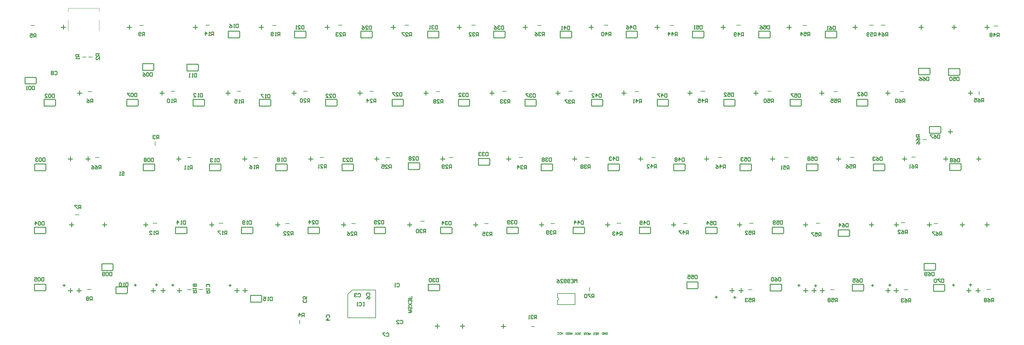
<source format=gbo>
%FSTAX23Y23*%
%MOIN*%
%SFA1B1*%

%IPPOS*%
%ADD12C,0.001000*%
%ADD44C,0.010000*%
%ADD45C,0.008000*%
%ADD75C,0.005000*%
G54D12*
X43462Y60988D02*
Y61106D01*
X43816Y60988D02*
Y61106D01*
X43462Y61243D02*
X4376D01*
X43462Y61204D02*
Y61243D01*
X43816Y61204D02*
Y61243D01*
X4376D02*
X43816D01*
G54D44*
X43383Y61029D02*
X43433D01*
X43408Y61004D02*
Y61054D01*
X43593Y60254D02*
Y60304D01*
X43568Y60279D02*
X43618D01*
X43663Y59529D02*
X43713D01*
X43688Y59504D02*
Y59554D01*
X43876Y58754D02*
Y58804D01*
X43851Y58779D02*
X43901D01*
X43463Y58029D02*
X43513D01*
X43488Y58004D02*
Y58054D01*
X44158Y61004D02*
Y61054D01*
X44133Y61029D02*
X44183D01*
X44505Y60279D02*
X44555D01*
X4453Y60254D02*
Y60304D01*
X44719Y59504D02*
Y59554D01*
X44694Y59529D02*
X44744D01*
X4432Y58779D02*
X4437D01*
X44345Y58754D02*
Y58804D01*
X4443Y58004D02*
Y58054D01*
X44405Y58029D02*
X44455D01*
X44883Y61029D02*
X44933D01*
X44908Y61004D02*
Y61054D01*
X4528Y60254D02*
Y60304D01*
X45255Y60279D02*
X45305D01*
X45444Y59529D02*
X45494D01*
X45469Y59504D02*
Y59554D01*
X45095Y58754D02*
Y58804D01*
X4507Y58779D02*
X4512D01*
X45356Y58029D02*
X45406D01*
X45381Y58004D02*
Y58054D01*
X45658Y61004D02*
Y61054D01*
X45633Y61029D02*
X45683D01*
X46005Y60279D02*
X46055D01*
X4603Y60254D02*
Y60304D01*
X46219Y59504D02*
Y59554D01*
X46194Y59529D02*
X46244D01*
X4582Y58779D02*
X4587D01*
X45845Y58754D02*
Y58804D01*
X4678Y60254D02*
Y60304D01*
X46755Y60279D02*
X46805D01*
X46944Y59529D02*
X46994D01*
X46969Y59504D02*
Y59554D01*
X46595Y58754D02*
Y58804D01*
X4657Y58779D02*
X4662D01*
X47133Y61029D02*
X47183D01*
X47158Y61004D02*
Y61054D01*
X4753Y60254D02*
Y60304D01*
X47505Y60279D02*
X47555D01*
X47694Y59529D02*
X47744D01*
X47719Y59504D02*
Y59554D01*
X47345Y58754D02*
Y58804D01*
X4732Y58779D02*
X4737D01*
X4792Y57623D02*
X4797D01*
X47945Y57598D02*
Y57648D01*
X43488Y59504D02*
Y59554D01*
X43463Y59529D02*
X43513D01*
X47883Y61029D02*
X47933D01*
X47908Y61004D02*
Y61054D01*
X4828Y60254D02*
Y60304D01*
X48255Y60279D02*
X48305D01*
X48444Y59529D02*
X48494D01*
X48469Y59504D02*
Y59554D01*
X48095Y58754D02*
Y58804D01*
X4807Y58779D02*
X4812D01*
X48633Y61029D02*
X48683D01*
X48658Y61004D02*
Y61054D01*
X4903Y60254D02*
Y60304D01*
X49005Y60279D02*
X49055D01*
X49194Y59529D02*
X49244D01*
X49219Y59504D02*
Y59554D01*
X48845Y58754D02*
Y58804D01*
X4882Y58779D02*
X4887D01*
X43476D02*
X43526D01*
X43501Y58754D02*
Y58804D01*
X49408Y61004D02*
Y61054D01*
X49383Y61029D02*
X49433D01*
X49755Y60279D02*
X49805D01*
X4978Y60254D02*
Y60304D01*
X49969Y59504D02*
Y59554D01*
X49944Y59529D02*
X49994D01*
X4957Y58779D02*
X4962D01*
X49595Y58754D02*
Y58804D01*
X50158Y61004D02*
Y61054D01*
X50133Y61029D02*
X50183D01*
X50505Y60279D02*
X50555D01*
X5053Y60254D02*
Y60304D01*
X50719Y59504D02*
Y59554D01*
X50694Y59529D02*
X50744D01*
X5032Y58779D02*
X5037D01*
X50345Y58754D02*
Y58804D01*
X53908Y61004D02*
Y61054D01*
X53883Y61029D02*
X53933D01*
X43561Y58029D02*
X43611D01*
X43586Y58004D02*
Y58054D01*
X50908Y61004D02*
Y61054D01*
X50883Y61029D02*
X50933D01*
X51255Y60279D02*
X51305D01*
X5128Y60254D02*
Y60304D01*
X51469Y59504D02*
Y59554D01*
X51444Y59529D02*
X51494D01*
X5107Y58779D02*
X5112D01*
X51095Y58754D02*
Y58804D01*
X51008Y58004D02*
Y58054D01*
X50983Y58029D02*
X51033D01*
X51633Y61029D02*
X51683D01*
X51658Y61004D02*
Y61054D01*
X5203Y60254D02*
Y60304D01*
X52005Y60279D02*
X52055D01*
X52194Y59529D02*
X52244D01*
X52219Y59504D02*
Y59554D01*
X51845Y58754D02*
Y58804D01*
X5182Y58779D02*
X5187D01*
X51916Y58029D02*
X51966D01*
X51941Y58004D02*
Y58054D01*
X52408Y61004D02*
Y61054D01*
X52383Y61029D02*
X52433D01*
X52755Y60279D02*
X52805D01*
X5278Y60254D02*
Y60304D01*
X52969Y59504D02*
Y59554D01*
X52944Y59529D02*
X52994D01*
X5257Y58779D02*
X5262D01*
X52595Y58754D02*
Y58804D01*
X52875Y58004D02*
Y58054D01*
X5285Y58029D02*
X529D01*
X53508Y61029D02*
X53558D01*
X53533Y61004D02*
Y61054D01*
X5372Y60254D02*
Y60304D01*
X53695Y60279D02*
X53745D01*
X53413Y59528D02*
X53463D01*
X53438Y59503D02*
Y59553D01*
X53251Y58753D02*
Y58803D01*
X53226Y58778D02*
X53276D01*
X53779Y58029D02*
X53829D01*
X53804Y58004D02*
Y58054D01*
X44541Y58004D02*
Y58054D01*
X44516Y58029D02*
X44566D01*
X44702D02*
X44752D01*
X44727Y58004D02*
Y58054D01*
X45473Y58004D02*
Y58054D01*
X45448Y58029D02*
X45498D01*
X48385Y57622D02*
X48435D01*
X4841Y57597D02*
Y57647D01*
X47658Y57598D02*
Y57648D01*
X47633Y57623D02*
X47683D01*
X51087Y58029D02*
X51137D01*
X51112Y58004D02*
Y58054D01*
X51847Y58004D02*
Y58054D01*
X51822Y58029D02*
X51872D01*
X52009D02*
X52059D01*
X52034Y58004D02*
Y58054D01*
X53907Y58754D02*
Y58804D01*
X53882Y58779D02*
X53932D01*
X52756Y58029D02*
X52806D01*
X52781Y58004D02*
Y58054D01*
X53158Y61004D02*
Y61054D01*
X53133Y61029D02*
X53183D01*
X53489Y59813D02*
Y59863D01*
X53464Y59838D02*
X53514D01*
X53813Y59504D02*
Y59554D01*
X53788Y59529D02*
X53838D01*
X53601Y58779D02*
X53651D01*
X53626Y58754D02*
Y58804D01*
X52876Y58754D02*
Y58804D01*
X52851Y58779D02*
X52901D01*
X53675Y58029D02*
X53725D01*
X537Y58004D02*
Y58054D01*
X46408Y61004D02*
Y61054D01*
X46383Y61029D02*
X46433D01*
X53298Y58098D02*
X5342D01*
X53427Y58091*
Y58031D02*
Y58091D01*
X53418Y58022D02*
X53427Y58031D01*
X53298Y58022D02*
Y58098D01*
Y58022D02*
X53418D01*
X42971Y60459D02*
X43093D01*
X431Y60452*
Y60392D02*
Y60452D01*
X43091Y60383D02*
X431Y60392D01*
X42971Y60383D02*
Y60459D01*
Y60383D02*
X43091D01*
X43189Y6013D02*
X43309D01*
X43189D02*
Y60206D01*
X43309Y6013D02*
X43318Y60139D01*
Y60199*
X43311Y60206D02*
X43318Y60199D01*
X43189Y60206D02*
X43311D01*
X43081Y5947D02*
X43203D01*
X4321Y59463*
Y59403D02*
Y59463D01*
X43201Y59394D02*
X4321Y59403D01*
X43081Y59394D02*
Y5947D01*
Y59394D02*
X43201D01*
X43079Y58676D02*
X43199D01*
X43079D02*
Y58752D01*
X43199Y58676D02*
X43208Y58685D01*
Y58745*
X43201Y58752D02*
X43208Y58745D01*
X43079Y58752D02*
X43201D01*
X4308Y58102D02*
X43202D01*
X43209Y58095*
Y58035D02*
Y58095D01*
X432Y58026D02*
X43209Y58035D01*
X4308Y58026D02*
Y58102D01*
Y58026D02*
X432D01*
X44308Y60538D02*
X44428D01*
X44308D02*
Y60614D01*
X44428Y60538D02*
X44437Y60547D01*
Y60607*
X4443Y60614D02*
X44437Y60607D01*
X44308Y60614D02*
X4443D01*
X44129Y60206D02*
X44251D01*
X44258Y60199*
Y60139D02*
Y60199D01*
X44249Y6013D02*
X44258Y60139D01*
X44129Y6013D02*
Y60206D01*
Y6013D02*
X44249D01*
X44316Y59394D02*
X44436D01*
X44316D02*
Y5947D01*
X44436Y59394D02*
X44445Y59403D01*
Y59463*
X44438Y5947D02*
X44445Y59463D01*
X44316Y5947D02*
X44438D01*
X43844Y58335D02*
X43966D01*
X43973Y58328*
Y58268D02*
Y58328D01*
X43964Y58259D02*
X43973Y58268D01*
X43844Y58259D02*
Y58335D01*
Y58259D02*
X43964D01*
X44007Y57994D02*
X44127D01*
X44007D02*
Y5807D01*
X44127Y57994D02*
X44136Y58003D01*
Y58063*
X44129Y5807D02*
X44136Y58063D01*
X44007Y5807D02*
X44129D01*
X44812Y60608D02*
X44934D01*
X44941Y60601*
Y60541D02*
Y60601D01*
X44932Y60532D02*
X44941Y60541D01*
X44812Y60532D02*
Y60608D01*
Y60532D02*
X44932D01*
X44882Y6013D02*
X45002D01*
X44882D02*
Y60206D01*
X45002Y6013D02*
X45011Y60139D01*
Y60199*
X45004Y60206D02*
X45011Y60199D01*
X44882Y60206D02*
X45004D01*
X45069Y5947D02*
X45191D01*
X45198Y59463*
Y59403D02*
Y59463D01*
X45189Y59394D02*
X45198Y59403D01*
X45069Y59394D02*
Y5947D01*
Y59394D02*
X45189D01*
X44682Y58676D02*
X44802D01*
X44682D02*
Y58752D01*
X44802Y58676D02*
X44811Y58685D01*
Y58745*
X44804Y58752D02*
X44811Y58745D01*
X44682Y58752D02*
X44804D01*
X45534Y57974D02*
X45656D01*
X45663Y57967*
Y57907D02*
Y57967D01*
X45654Y57898D02*
X45663Y57907D01*
X45534Y57898D02*
Y57974D01*
Y57898D02*
X45654D01*
X45282Y60907D02*
X45402D01*
X45282D02*
Y60983D01*
X45402Y60907D02*
X45411Y60916D01*
Y60976*
X45404Y60983D02*
X45411Y60976D01*
X45282Y60983D02*
X45404D01*
X45637Y60206D02*
X45759D01*
X45766Y60199*
Y60139D02*
Y60199D01*
X45757Y6013D02*
X45766Y60139D01*
X45637Y6013D02*
Y60206D01*
Y6013D02*
X45757D01*
X45823Y59394D02*
X45943D01*
X45823D02*
Y5947D01*
X45943Y59394D02*
X45952Y59403D01*
Y59463*
X45945Y5947D02*
X45952Y59463D01*
X45823Y5947D02*
X45945D01*
X45432Y58752D02*
X45554D01*
X45561Y58745*
Y58685D02*
Y58745D01*
X45552Y58676D02*
X45561Y58685D01*
X45432Y58676D02*
Y58752D01*
Y58676D02*
X45552D01*
X46037Y60907D02*
X46157D01*
X46037D02*
Y60983D01*
X46157Y60907D02*
X46166Y60916D01*
Y60976*
X46159Y60983D02*
X46166Y60976D01*
X46037Y60983D02*
X46159D01*
X46389Y60206D02*
X46511D01*
X46518Y60199*
Y60139D02*
Y60199D01*
X46509Y6013D02*
X46518Y60139D01*
X46389Y6013D02*
Y60206D01*
Y6013D02*
X46509D01*
X46576Y59394D02*
X46696D01*
X46576D02*
Y5947D01*
X46696Y59394D02*
X46705Y59403D01*
Y59463*
X46698Y5947D02*
X46705Y59463D01*
X46576Y5947D02*
X46698D01*
X46189Y58752D02*
X46311D01*
X46318Y58745*
Y58685D02*
Y58745D01*
X46309Y58676D02*
X46318Y58685D01*
X46189Y58676D02*
Y58752D01*
Y58676D02*
X46309D01*
X46789Y60907D02*
X46909D01*
X46789D02*
Y60983D01*
X46909Y60907D02*
X46918Y60916D01*
Y60976*
X46911Y60983D02*
X46918Y60976D01*
X46789Y60983D02*
X46911D01*
X47144Y60206D02*
X47266D01*
X47273Y60199*
Y60139D02*
Y60199D01*
X47264Y6013D02*
X47273Y60139D01*
X47144Y6013D02*
Y60206D01*
Y6013D02*
X47264D01*
X47329Y59408D02*
X47449D01*
X47329D02*
Y59484D01*
X47449Y59408D02*
X47458Y59417D01*
Y59477*
X47451Y59484D02*
X47458Y59477D01*
X47329Y59484D02*
X47451D01*
X46941Y58752D02*
X47063D01*
X4707Y58745*
Y58685D02*
Y58745D01*
X47061Y58676D02*
X4707Y58685D01*
X46941Y58676D02*
Y58752D01*
Y58676D02*
X47061D01*
X47557Y58026D02*
X47677D01*
X47557D02*
Y58102D01*
X47677Y58026D02*
X47686Y58035D01*
Y58095*
X47679Y58102D02*
X47686Y58095D01*
X47557Y58102D02*
X47679D01*
X47548Y60983D02*
X4767D01*
X47677Y60976*
Y60916D02*
Y60976D01*
X47668Y60907D02*
X47677Y60916D01*
X47548Y60907D02*
Y60983D01*
Y60907D02*
X47668D01*
X47898Y6013D02*
X48018D01*
X47898D02*
Y60206D01*
X48018Y6013D02*
X48027Y60139D01*
Y60199*
X4802Y60206D02*
X48027Y60199D01*
X47898Y60206D02*
X4802D01*
X48126Y59533D02*
X48248D01*
X48255Y59526*
Y59466D02*
Y59526D01*
X48246Y59457D02*
X48255Y59466D01*
X48126Y59457D02*
Y59533D01*
Y59457D02*
X48246D01*
X47695Y58676D02*
X47815D01*
X47695D02*
Y58752D01*
X47815Y58676D02*
X47824Y58685D01*
Y58745*
X47817Y58752D02*
X47824Y58745D01*
X47695Y58752D02*
X47817D01*
X483Y60983D02*
X48422D01*
X48429Y60976*
Y60916D02*
Y60976D01*
X4842Y60907D02*
X48429Y60916D01*
X483Y60907D02*
Y60983D01*
Y60907D02*
X4842D01*
X48654Y6013D02*
X48774D01*
X48654D02*
Y60206D01*
X48774Y6013D02*
X48783Y60139D01*
Y60199*
X48776Y60206D02*
X48783Y60199D01*
X48654Y60206D02*
X48776D01*
X48839Y5947D02*
X48961D01*
X48968Y59463*
Y59403D02*
Y59463D01*
X48959Y59394D02*
X48968Y59403D01*
X48839Y59394D02*
Y5947D01*
Y59394D02*
X48959D01*
X48449Y58676D02*
X48569D01*
X48449D02*
Y58752D01*
X48569Y58676D02*
X48578Y58685D01*
Y58745*
X48571Y58752D02*
X48578Y58745D01*
X48449Y58752D02*
X48571D01*
X49055Y60983D02*
X49177D01*
X49184Y60976*
Y60916D02*
Y60976D01*
X49175Y60907D02*
X49184Y60916D01*
X49055Y60907D02*
Y60983D01*
Y60907D02*
X49175D01*
X49411Y6013D02*
X49531D01*
X49411D02*
Y60206D01*
X49531Y6013D02*
X4954Y60139D01*
Y60199*
X49533Y60206D02*
X4954Y60199D01*
X49411Y60206D02*
X49533D01*
X496Y5947D02*
X49722D01*
X49729Y59463*
Y59403D02*
Y59463D01*
X4972Y59394D02*
X49729Y59403D01*
X496Y59394D02*
Y5947D01*
Y59394D02*
X4972D01*
X49203Y58676D02*
X49323D01*
X49203D02*
Y58752D01*
X49323Y58676D02*
X49332Y58685D01*
Y58745*
X49325Y58752D02*
X49332Y58745D01*
X49203Y58752D02*
X49325D01*
X49804Y60983D02*
X49926D01*
X49933Y60976*
Y60916D02*
Y60976D01*
X49924Y60907D02*
X49933Y60916D01*
X49804Y60907D02*
Y60983D01*
Y60907D02*
X49924D01*
X50158Y6013D02*
X50278D01*
X50158D02*
Y60206D01*
X50278Y6013D02*
X50287Y60139D01*
Y60199*
X5028Y60206D02*
X50287Y60199D01*
X50158Y60206D02*
X5028D01*
X50347Y5947D02*
X50469D01*
X50476Y59463*
Y59403D02*
Y59463D01*
X50467Y59394D02*
X50476Y59403D01*
X50347Y59394D02*
Y5947D01*
Y59394D02*
X50467D01*
X49954Y58676D02*
X50074D01*
X49954D02*
Y58752D01*
X50074Y58676D02*
X50083Y58685D01*
Y58745*
X50076Y58752D02*
X50083Y58745D01*
X49954Y58752D02*
X50076D01*
X53469Y60557D02*
X53591D01*
X53598Y6055*
Y6049D02*
Y6055D01*
X53589Y60481D02*
X53598Y6049D01*
X53469Y60481D02*
Y60557D01*
Y60481D02*
X53589D01*
X50559Y60907D02*
X50679D01*
X50559D02*
Y60983D01*
X50679Y60907D02*
X50688Y60916D01*
Y60976*
X50681Y60983D02*
X50688Y60976D01*
X50559Y60983D02*
X50681D01*
X50914Y60206D02*
X51036D01*
X51043Y60199*
Y60139D02*
Y60199D01*
X51034Y6013D02*
X51043Y60139D01*
X50914Y6013D02*
Y60206D01*
Y6013D02*
X51034D01*
X511Y59394D02*
X5122D01*
X511D02*
Y5947D01*
X5122Y59394D02*
X51229Y59403D01*
Y59463*
X51222Y5947D02*
X51229Y59463D01*
X511Y5947D02*
X51222D01*
X5071Y58752D02*
X50832D01*
X50839Y58745*
Y58685D02*
Y58745D01*
X5083Y58676D02*
X50839Y58685D01*
X5071Y58676D02*
Y58752D01*
Y58676D02*
X5083D01*
X50494Y58052D02*
X50614D01*
X50494D02*
Y58128D01*
X50614Y58052D02*
X50623Y58061D01*
Y58121*
X50616Y58128D02*
X50623Y58121D01*
X50494Y58128D02*
X50616D01*
X51313Y60983D02*
X51435D01*
X51442Y60976*
Y60916D02*
Y60976D01*
X51433Y60907D02*
X51442Y60916D01*
X51313Y60907D02*
Y60983D01*
Y60907D02*
X51433D01*
X51668Y6013D02*
X51788D01*
X51668D02*
Y60206D01*
X51788Y6013D02*
X51797Y60139D01*
Y60199*
X5179Y60206D02*
X51797Y60199D01*
X51668Y60206D02*
X5179D01*
X51857Y5947D02*
X51979D01*
X51986Y59463*
Y59403D02*
Y59463D01*
X51977Y59394D02*
X51986Y59403D01*
X51857Y59394D02*
Y5947D01*
Y59394D02*
X51977D01*
X51467Y58676D02*
X51587D01*
X51467D02*
Y58752D01*
X51587Y58676D02*
X51596Y58685D01*
Y58745*
X51589Y58752D02*
X51596Y58745D01*
X51467Y58752D02*
X51589D01*
X51443Y581D02*
X51565D01*
X51572Y58093*
Y58033D02*
Y58093D01*
X51563Y58024D02*
X51572Y58033D01*
X51443Y58024D02*
Y581D01*
Y58024D02*
X51563D01*
X5207Y60907D02*
X5219D01*
X5207D02*
Y60983D01*
X5219Y60907D02*
X52199Y60916D01*
Y60976*
X52192Y60983D02*
X52199Y60976D01*
X5207Y60983D02*
X52192D01*
X52424Y60206D02*
X52546D01*
X52553Y60199*
Y60139D02*
Y60199D01*
X52544Y6013D02*
X52553Y60139D01*
X52424Y6013D02*
Y60206D01*
Y6013D02*
X52544D01*
X52615Y59394D02*
X52735D01*
X52615D02*
Y5947D01*
X52735Y59394D02*
X52744Y59403D01*
Y59463*
X52737Y5947D02*
X52744Y59463D01*
X52615Y5947D02*
X52737D01*
X52217Y58722D02*
X52339D01*
X52346Y58715*
Y58655D02*
Y58715D01*
X52337Y58646D02*
X52346Y58655D01*
X52217Y58646D02*
Y58722D01*
Y58646D02*
X52337D01*
X52377Y58024D02*
X52497D01*
X52377D02*
Y581D01*
X52497Y58024D02*
X52506Y58033D01*
Y58093*
X52499Y581D02*
X52506Y58093D01*
X52377Y581D02*
X52499D01*
X5313Y60562D02*
X53252D01*
X53259Y60555*
Y60495D02*
Y60555D01*
X5325Y60486D02*
X53259Y60495D01*
X5313Y60486D02*
Y60562D01*
Y60486D02*
X5325D01*
X53253Y5982D02*
X53373D01*
X53253D02*
Y59896D01*
X53373Y5982D02*
X53382Y59829D01*
Y59889*
X53375Y59896D02*
X53382Y59889D01*
X53253Y59896D02*
X53375D01*
X53482Y59473D02*
X53604D01*
X53611Y59466*
Y59406D02*
Y59466D01*
X53602Y59397D02*
X53611Y59406D01*
X53482Y59397D02*
Y59473D01*
Y59397D02*
X53602D01*
X53192Y58261D02*
X53312D01*
X53192D02*
Y58337D01*
X53312Y58261D02*
X53321Y5827D01*
Y5833*
X53314Y58337D02*
X53321Y5833D01*
X53192Y58337D02*
X53314D01*
X4733Y57777D02*
X47357D01*
X4737Y57791*
X47357Y57804*
X4733*
X4735*
Y57777*
X47363Y57844D02*
X4737Y57837D01*
Y57824*
X47363Y57817*
X47357*
X4735Y57824*
Y57837*
X47343Y57844*
X47337*
X4733Y57837*
Y57824*
X47337Y57817*
X4737Y57857D02*
X4733Y57884D01*
X4737D02*
X4733Y57857D01*
X47363Y57897D02*
X4737Y57904D01*
Y57917*
X47363Y57924*
X47357*
X4735Y57917*
Y57911*
Y57917*
X47343Y57924*
X47337*
X4733Y57917*
Y57904*
X47337Y57897*
X4737Y57964D02*
Y57937D01*
X4735*
Y57951*
Y57937*
X4733*
X53414Y58162D02*
Y58122D01*
X53394*
X53387Y58129*
Y58156*
X53394Y58162*
X53414*
X53374D02*
X53347D01*
Y58156*
X53374Y58129*
Y58122*
X53334Y58156D02*
X53327Y58162D01*
X53314*
X53307Y58156*
Y58129*
X53314Y58122*
X53327*
X53334Y58129*
Y58156*
X4683Y57895D02*
X46817D01*
X46824*
Y57855*
X4683*
X46817*
X4677Y57888D02*
X46777Y57895D01*
X4679*
X46797Y57888*
Y57862*
X4679Y57855*
X46777*
X4677Y57862*
X46757Y57855D02*
X46744D01*
X4675*
Y57895*
X46757Y57888*
X49246Y58117D02*
Y58157D01*
X49233Y58143*
X49219Y58157*
Y58117*
X49179Y58157D02*
X49206D01*
Y58117*
X49179*
X49206Y58137D02*
X49193D01*
X49166Y58123D02*
X49159Y58117D01*
X49146*
X49139Y58123*
Y5815*
X49146Y58157*
X49159*
X49166Y5815*
Y58143*
X49159Y58137*
X49139*
X49126Y58123D02*
X49119Y58117D01*
X49106*
X49099Y58123*
Y5815*
X49106Y58157*
X49119*
X49126Y5815*
Y58143*
X49119Y58137*
X49099*
X49059Y58117D02*
X49086D01*
X49059Y58143*
Y5815*
X49066Y58157*
X49079*
X49086Y5815*
X49019Y58157D02*
X49033Y5815D01*
X49046Y58137*
Y58123*
X49039Y58117*
X49026*
X49019Y58123*
Y5813*
X49026Y58137*
X49046*
X53981Y57902D02*
Y57942D01*
X53961*
X53954Y57935*
Y57922*
X53961Y57915*
X53981*
X53968D02*
X53954Y57902D01*
X53914Y57942D02*
X53928Y57935D01*
X53941Y57922*
Y57909*
X53934Y57902*
X53921*
X53914Y57909*
Y57915*
X53921Y57922*
X53941*
X53901Y57935D02*
X53894Y57942D01*
X53881*
X53874Y57935*
Y57929*
X53881Y57922*
X53874Y57915*
Y57909*
X53881Y57902*
X53894*
X53901Y57909*
Y57915*
X53894Y57922*
X53901Y57929*
Y57935*
X53894Y57922D02*
X53881D01*
X44073Y59375D02*
X4408Y59381D01*
X44093*
X441Y59375*
Y59368*
X44093Y59361*
X4408*
X44073Y59355*
Y59348*
X4408Y59341*
X44093*
X441Y59348*
X4406Y59341D02*
X44047D01*
X44053*
Y59381*
X4406Y59375*
X46858Y57974D02*
X46851Y57981D01*
Y57994*
X46858Y58001*
X46884*
X46891Y57994*
Y57981*
X46884Y57974*
X46851Y57934D02*
X46858Y57947D01*
X46871Y57961*
X46884*
X46891Y57954*
Y57941*
X46884Y57934*
X46878*
X46871Y57941*
Y57961*
X53391Y58659D02*
Y58699D01*
X53371*
X53365Y58692*
Y58679*
X53371Y58672*
X53391*
X53378D02*
X53365Y58659D01*
X53325Y58699D02*
X53338Y58692D01*
X53352Y58679*
Y58666*
X53345Y58659*
X53332*
X53325Y58666*
Y58672*
X53332Y58679*
X53352*
X53312Y58699D02*
X53285D01*
Y58692*
X53312Y58666*
Y58659*
X43836Y59414D02*
Y59454D01*
X43816*
X4381Y59447*
Y59434*
X43816Y59427*
X43836*
X43823D02*
X4381Y59414D01*
X4377Y59454D02*
X43783Y59447D01*
X43796Y59434*
Y59421*
X4379Y59414*
X43776*
X4377Y59421*
Y59427*
X43776Y59434*
X43796*
X4373Y59454D02*
X43743Y59447D01*
X43756Y59434*
Y59421*
X4375Y59414*
X43736*
X4373Y59421*
Y59427*
X43736Y59434*
X43756*
X5387Y60178D02*
Y60218D01*
X5385*
X53843Y60211*
Y60198*
X5385Y60191*
X5387*
X53857D02*
X53843Y60178D01*
X53803Y60218D02*
X53817Y60211D01*
X5383Y60198*
Y60184*
X53823Y60178*
X5381*
X53803Y60184*
Y60191*
X5381Y60198*
X5383*
X53763Y60218D02*
X5379D01*
Y60198*
X53777Y60204*
X5377*
X53763Y60198*
Y60184*
X5377Y60178*
X53783*
X5379Y60184*
X52779Y60929D02*
Y60969D01*
X52759*
X52752Y60962*
Y60949*
X52759Y60942*
X52779*
X52766D02*
X52752Y60929D01*
X52713Y60969D02*
X52726Y60962D01*
X52739Y60949*
Y60935*
X52732Y60929*
X52719*
X52713Y60935*
Y60942*
X52719Y60949*
X52739*
X52679Y60929D02*
Y60969D01*
X52699Y60949*
X52673*
X53039Y57896D02*
Y57936D01*
X53019*
X53012Y5793*
Y57916*
X53019Y5791*
X53039*
X53026D02*
X53012Y57896D01*
X52972Y57936D02*
X52986Y5793D01*
X52999Y57916*
Y57903*
X52992Y57896*
X52979*
X52972Y57903*
Y5791*
X52979Y57916*
X52999*
X52959Y5793D02*
X52952Y57936D01*
X52939*
X52932Y5793*
Y57923*
X52939Y57916*
X52946*
X52939*
X52932Y5791*
Y57903*
X52939Y57896*
X52952*
X52959Y57903*
X53003Y58677D02*
Y58717D01*
X52983*
X52977Y5871*
Y58697*
X52983Y5869*
X53003*
X5299D02*
X52977Y58677D01*
X52937Y58717D02*
X5295Y5871D01*
X52963Y58697*
Y58683*
X52957Y58677*
X52943*
X52937Y58683*
Y5869*
X52943Y58697*
X52963*
X52897Y58677D02*
X52923D01*
X52897Y58703*
Y5871*
X52903Y58717*
X52917*
X52923Y5871*
X53117Y59425D02*
Y59465D01*
X53097*
X53091Y59458*
Y59445*
X53097Y59438*
X53117*
X53104D02*
X53091Y59425D01*
X53051Y59465D02*
X53064Y59458D01*
X53077Y59445*
Y59431*
X53071Y59425*
X53057*
X53051Y59431*
Y59438*
X53057Y59445*
X53077*
X53037Y59425D02*
X53024D01*
X53031*
Y59465*
X53037Y59458*
X52973Y60172D02*
Y60212D01*
X52953*
X52947Y60205*
Y60192*
X52953Y60185*
X52973*
X5296D02*
X52947Y60172D01*
X52907Y60212D02*
X5292Y60205D01*
X52933Y60192*
Y60178*
X52927Y60172*
X52913*
X52907Y60178*
Y60185*
X52913Y60192*
X52933*
X52893Y60205D02*
X52887Y60212D01*
X52873*
X52867Y60205*
Y60178*
X52873Y60172*
X52887*
X52893Y60178*
Y60205*
X52647Y60926D02*
Y60966D01*
X52627*
X52621Y60959*
Y60946*
X52627Y60939*
X52647*
X52634D02*
X52621Y60926D01*
X52581Y60966D02*
X52607D01*
Y60946*
X52594Y60952*
X52587*
X52581Y60946*
Y60932*
X52587Y60926*
X52601*
X52607Y60932*
X52567D02*
X52561Y60926D01*
X52547*
X52541Y60932*
Y60959*
X52547Y60966*
X52561*
X52567Y60959*
Y60952*
X52561Y60946*
X52541*
X52205Y57902D02*
Y57942D01*
X52185*
X52179Y57935*
Y57922*
X52185Y57915*
X52205*
X52192D02*
X52179Y57902D01*
X52139Y57942D02*
X52165D01*
Y57922*
X52152Y57929*
X52145*
X52139Y57922*
Y57909*
X52145Y57902*
X52159*
X52165Y57909*
X52125Y57935D02*
X52119Y57942D01*
X52105*
X52099Y57935*
Y57929*
X52105Y57922*
X52099Y57915*
Y57909*
X52105Y57902*
X52119*
X52125Y57909*
Y57915*
X52119Y57922*
X52125Y57929*
Y57935*
X52119Y57922D02*
X52105D01*
X52019Y58649D02*
Y58689D01*
X51999*
X51993Y58682*
Y58669*
X51999Y58662*
X52019*
X52006D02*
X51993Y58649D01*
X51953Y58689D02*
X51979D01*
Y58669*
X51966Y58676*
X51959*
X51953Y58669*
Y58656*
X51959Y58649*
X51973*
X51979Y58656*
X51939Y58689D02*
X51913D01*
Y58682*
X51939Y58656*
Y58649*
X52411Y59423D02*
Y59463D01*
X52391*
X52385Y59456*
Y59443*
X52391Y59436*
X52411*
X52398D02*
X52385Y59423D01*
X52345Y59463D02*
X52371D01*
Y59443*
X52358Y59449*
X52351*
X52345Y59443*
Y59429*
X52351Y59423*
X52365*
X52371Y59429*
X52305Y59463D02*
X52318Y59456D01*
X52331Y59443*
Y59429*
X52325Y59423*
X52311*
X52305Y59429*
Y59436*
X52311Y59443*
X52331*
X52238Y60172D02*
Y60212D01*
X52218*
X52211Y60205*
Y60192*
X52218Y60185*
X52238*
X52225D02*
X52211Y60172D01*
X52171Y60212D02*
X52198D01*
Y60192*
X52185Y60198*
X52178*
X52171Y60192*
Y60178*
X52178Y60172*
X52191*
X52198Y60178*
X52131Y60212D02*
X52158D01*
Y60192*
X52145Y60198*
X52138*
X52131Y60192*
Y60178*
X52138Y60172*
X52151*
X52158Y60178*
X51891Y6093D02*
Y6097D01*
X51871*
X51865Y60963*
Y6095*
X51871Y60943*
X51891*
X51878D02*
X51865Y6093D01*
X51825Y6097D02*
X51852D01*
Y6095*
X51838Y60956*
X51832*
X51825Y6095*
Y60936*
X51832Y6093*
X51845*
X51852Y60936*
X51792Y6093D02*
Y6097D01*
X51812Y6095*
X51785*
X51266Y579D02*
Y5794D01*
X51246*
X51239Y57933*
Y5792*
X51246Y57913*
X51266*
X51252D02*
X51239Y579D01*
X51199Y5794D02*
X51226D01*
Y5792*
X51212Y57927*
X51206*
X51199Y5792*
Y57907*
X51206Y579*
X51219*
X51226Y57907*
X51186Y57933D02*
X51179Y5794D01*
X51166*
X51159Y57933*
Y57927*
X51166Y5792*
X51172*
X51166*
X51159Y57913*
Y57907*
X51166Y579*
X51179*
X51186Y57907*
X51266Y58666D02*
Y58706D01*
X51246*
X51239Y58699*
Y58686*
X51246Y58679*
X51266*
X51252D02*
X51239Y58666D01*
X51199Y58706D02*
X51226D01*
Y58686*
X51212Y58693*
X51206*
X51199Y58686*
Y58673*
X51206Y58666*
X51219*
X51226Y58673*
X51159Y58666D02*
X51186D01*
X51159Y58693*
Y58699*
X51166Y58706*
X51179*
X51186Y58699*
X51657Y59411D02*
Y59451D01*
X51637*
X51631Y59444*
Y59431*
X51637Y59424*
X51657*
X51644D02*
X51631Y59411D01*
X51591Y59451D02*
X51617D01*
Y59431*
X51604Y59438*
X51597*
X51591Y59431*
Y59418*
X51597Y59411*
X51611*
X51617Y59418*
X51577Y59411D02*
X51564D01*
X51571*
Y59451*
X51577Y59444*
X51478Y60172D02*
Y60212D01*
X51458*
X51451Y60205*
Y60192*
X51458Y60185*
X51478*
X51465D02*
X51451Y60172D01*
X51411Y60212D02*
X51438D01*
Y60192*
X51425Y60198*
X51418*
X51411Y60192*
Y60178*
X51418Y60172*
X51431*
X51438Y60178*
X51398Y60205D02*
X51391Y60212D01*
X51378*
X51371Y60205*
Y60178*
X51378Y60172*
X51391*
X51398Y60178*
Y60205*
X51139Y60926D02*
Y60966D01*
X51119*
X51112Y60959*
Y60946*
X51119Y60939*
X51139*
X51125D02*
X51112Y60926D01*
X51079D02*
Y60966D01*
X51099Y60946*
X51072*
X51059Y60932D02*
X51052Y60926D01*
X51039*
X51032Y60932*
Y60959*
X51039Y60966*
X51052*
X51059Y60959*
Y60952*
X51052Y60946*
X51032*
X54047Y6092D02*
Y6096D01*
X54027*
X5402Y60953*
Y6094*
X54027Y60933*
X54047*
X54033D02*
X5402Y6092D01*
X53987D02*
Y6096D01*
X54007Y6094*
X5398*
X53967Y60953D02*
X5396Y6096D01*
X53947*
X5394Y60953*
Y60947*
X53947Y6094*
X5394Y60933*
Y60927*
X53947Y6092*
X5396*
X53967Y60927*
Y60933*
X5396Y6094*
X53967Y60947*
Y60953*
X5396Y6094D02*
X53947D01*
X50512Y58672D02*
Y58712D01*
X50492*
X50485Y58705*
Y58692*
X50492Y58685*
X50512*
X50498D02*
X50485Y58672D01*
X50452D02*
Y58712D01*
X50472Y58692*
X50445*
X50432Y58712D02*
X50405D01*
Y58705*
X50432Y58678*
Y58672*
X50933Y5942D02*
Y5946D01*
X50913*
X50906Y59453*
Y5944*
X50913Y59433*
X50933*
X50919D02*
X50906Y5942D01*
X50873D02*
Y5946D01*
X50893Y5944*
X50866*
X50826Y5946D02*
X50839Y59453D01*
X50853Y5944*
Y59426*
X50846Y5942*
X50833*
X50826Y59426*
Y59433*
X50833Y5944*
X50853*
X50729Y60172D02*
Y60212D01*
X50709*
X50702Y60205*
Y60192*
X50709Y60185*
X50729*
X50716D02*
X50702Y60172D01*
X50669D02*
Y60212D01*
X50689Y60192*
X50662*
X50622Y60212D02*
X50649D01*
Y60192*
X50636Y60198*
X50629*
X50622Y60192*
Y60178*
X50629Y60172*
X50642*
X50649Y60178*
X50386Y6093D02*
Y6097D01*
X50366*
X50359Y60963*
Y6095*
X50366Y60943*
X50386*
X50372D02*
X50359Y6093D01*
X50326D02*
Y6097D01*
X50346Y6095*
X50319*
X50286Y6093D02*
Y6097D01*
X50306Y6095*
X50279*
X49758Y58659D02*
Y58699D01*
X49738*
X49731Y58692*
Y58679*
X49738Y58672*
X49758*
X49744D02*
X49731Y58659D01*
X49698D02*
Y58699D01*
X49718Y58679*
X49691*
X49678Y58692D02*
X49671Y58699D01*
X49658*
X49651Y58692*
Y58686*
X49658Y58679*
X49664*
X49658*
X49651Y58672*
Y58666*
X49658Y58659*
X49671*
X49678Y58666*
X50149Y59423D02*
Y59463D01*
X50129*
X50123Y59456*
Y59443*
X50129Y59436*
X50149*
X50136D02*
X50123Y59423D01*
X50089D02*
Y59463D01*
X50109Y59443*
X50083*
X50043Y59423D02*
X50069D01*
X50043Y59449*
Y59456*
X50049Y59463*
X50063*
X50069Y59456*
X4998Y60167D02*
Y60207D01*
X4996*
X49953Y602*
Y60187*
X4996Y6018*
X4998*
X49967D02*
X49953Y60167D01*
X4992D02*
Y60207D01*
X4994Y60187*
X49913*
X499Y60167D02*
X49887D01*
X49893*
Y60207*
X499Y602*
X49632Y6093D02*
Y6097D01*
X49612*
X49605Y60963*
Y6095*
X49612Y60943*
X49632*
X49618D02*
X49605Y6093D01*
X49572D02*
Y6097D01*
X49592Y6095*
X49565*
X49552Y60963D02*
X49545Y6097D01*
X49532*
X49525Y60963*
Y60936*
X49532Y6093*
X49545*
X49552Y60936*
Y60963*
X49005Y5867D02*
Y5871D01*
X48985*
X48978Y58703*
Y5869*
X48985Y58683*
X49005*
X48991D02*
X48978Y5867D01*
X48965Y58703D02*
X48958Y5871D01*
X48945*
X48938Y58703*
Y58696*
X48945Y5869*
X48951*
X48945*
X48938Y58683*
Y58676*
X48945Y5867*
X48958*
X48965Y58676*
X48925D02*
X48918Y5867D01*
X48905*
X48898Y58676*
Y58703*
X48905Y5871*
X48918*
X48925Y58703*
Y58696*
X48918Y5869*
X48898*
X49395Y5942D02*
Y5946D01*
X49375*
X49369Y59453*
Y5944*
X49375Y59433*
X49395*
X49382D02*
X49369Y5942D01*
X49355Y59453D02*
X49349Y5946D01*
X49335*
X49329Y59453*
Y59446*
X49335Y5944*
X49342*
X49335*
X49329Y59433*
Y59426*
X49335Y5942*
X49349*
X49355Y59426*
X49315Y59453D02*
X49309Y5946D01*
X49295*
X49289Y59453*
Y59446*
X49295Y5944*
X49289Y59433*
Y59426*
X49295Y5942*
X49309*
X49315Y59426*
Y59433*
X49309Y5944*
X49315Y59446*
Y59453*
X49309Y5944D02*
X49295D01*
X49215Y6016D02*
Y602D01*
X49195*
X49189Y60193*
Y6018*
X49195Y60173*
X49215*
X49202D02*
X49189Y6016D01*
X49175Y60193D02*
X49169Y602D01*
X49155*
X49149Y60193*
Y60187*
X49155Y6018*
X49162*
X49155*
X49149Y60173*
Y60167*
X49155Y6016*
X49169*
X49175Y60167*
X49135Y602D02*
X49109D01*
Y60193*
X49135Y60167*
Y6016*
X48877Y6093D02*
Y6097D01*
X48857*
X4885Y60963*
Y6095*
X48857Y60943*
X48877*
X48863D02*
X4885Y6093D01*
X48837Y60963D02*
X4883Y6097D01*
X48817*
X4881Y60963*
Y60956*
X48817Y6095*
X48823*
X48817*
X4881Y60943*
Y60936*
X48817Y6093*
X4883*
X48837Y60936*
X4877Y6097D02*
X48783Y60963D01*
X48797Y6095*
Y60936*
X4879Y6093*
X48777*
X4877Y60936*
Y60943*
X48777Y6095*
X48797*
X4828Y58654D02*
Y58694D01*
X4826*
X48253Y58687*
Y58674*
X4826Y58667*
X4828*
X48267D02*
X48253Y58654D01*
X4824Y58687D02*
X48233Y58694D01*
X4822*
X48214Y58687*
Y58681*
X4822Y58674*
X48227*
X4822*
X48214Y58667*
Y58661*
X4822Y58654*
X48233*
X4824Y58661*
X48174Y58694D02*
X482D01*
Y58674*
X48187Y58681*
X4818*
X48174Y58674*
Y58661*
X4818Y58654*
X48194*
X482Y58661*
X48671Y59414D02*
Y59454D01*
X48651*
X48644Y59447*
Y59434*
X48651Y59427*
X48671*
X48658D02*
X48644Y59414D01*
X48631Y59447D02*
X48624Y59454D01*
X48611*
X48604Y59447*
Y59441*
X48611Y59434*
X48618*
X48611*
X48604Y59427*
Y59421*
X48611Y59414*
X48624*
X48631Y59421*
X48571Y59414D02*
Y59454D01*
X48591Y59434*
X48564*
X48483Y60164D02*
Y60204D01*
X48463*
X48456Y60197*
Y60184*
X48463Y60177*
X48483*
X4847D02*
X48456Y60164D01*
X48443Y60197D02*
X48436Y60204D01*
X48423*
X48416Y60197*
Y60191*
X48423Y60184*
X4843*
X48423*
X48416Y60177*
Y60171*
X48423Y60164*
X48436*
X48443Y60171*
X48403Y60197D02*
X48396Y60204D01*
X48383*
X48376Y60197*
Y60191*
X48383Y60184*
X4839*
X48383*
X48376Y60177*
Y60171*
X48383Y60164*
X48396*
X48403Y60171*
X48127Y60928D02*
Y60968D01*
X48107*
X481Y60961*
Y60948*
X48107Y60941*
X48127*
X48113D02*
X481Y60928D01*
X48087Y60961D02*
X4808Y60968D01*
X48067*
X4806Y60961*
Y60954*
X48067Y60948*
X48073*
X48067*
X4806Y60941*
Y60934*
X48067Y60928*
X4808*
X48087Y60934*
X4802Y60928D02*
X48047D01*
X4802Y60954*
Y60961*
X48027Y60968*
X4804*
X48047Y60961*
X48787Y57709D02*
Y57749D01*
X48767*
X4876Y57743*
Y57729*
X48767Y57723*
X48787*
X48774D02*
X4876Y57709D01*
X48747Y57743D02*
X48741Y57749D01*
X48727*
X48721Y57743*
Y57736*
X48727Y57729*
X48734*
X48727*
X48721Y57723*
Y57716*
X48727Y57709*
X48741*
X48747Y57716*
X48707Y57709D02*
X48694D01*
X48701*
Y57749*
X48707Y57743*
X47526Y58689D02*
Y58728D01*
X47506*
X475Y58722*
Y58709*
X47506Y58702*
X47526*
X47513D02*
X475Y58689D01*
X47486Y58722D02*
X4748Y58728D01*
X47466*
X4746Y58722*
Y58715*
X47466Y58709*
X47473*
X47466*
X4746Y58702*
Y58695*
X47466Y58689*
X4748*
X47486Y58695*
X47446Y58722D02*
X4744Y58728D01*
X47426*
X4742Y58722*
Y58695*
X47426Y58689*
X4744*
X47446Y58695*
Y58722*
X47818Y5942D02*
Y5946D01*
X47798*
X47791Y59453*
Y5944*
X47798Y59433*
X47818*
X47804D02*
X47791Y5942D01*
X47751D02*
X47778D01*
X47751Y59446*
Y59453*
X47758Y5946*
X47771*
X47778Y59453*
X47738Y59426D02*
X47731Y5942D01*
X47718*
X47711Y59426*
Y59453*
X47718Y5946*
X47731*
X47738Y59453*
Y59446*
X47731Y5944*
X47711*
X47721Y60164D02*
Y60204D01*
X47701*
X47695Y60197*
Y60184*
X47701Y60177*
X47721*
X47708D02*
X47695Y60164D01*
X47655D02*
X47681D01*
X47655Y60191*
Y60197*
X47661Y60204*
X47675*
X47681Y60197*
X47641D02*
X47635Y60204D01*
X47621*
X47615Y60197*
Y60191*
X47621Y60184*
X47615Y60177*
Y60171*
X47621Y60164*
X47635*
X47641Y60171*
Y60177*
X47635Y60184*
X47641Y60191*
Y60197*
X47635Y60184D02*
X47621D01*
X47364Y60926D02*
Y60966D01*
X47344*
X47337Y60959*
Y60946*
X47344Y60939*
X47364*
X47351D02*
X47337Y60926D01*
X47297D02*
X47324D01*
X47297Y60952*
Y60959*
X47304Y60966*
X47317*
X47324Y60959*
X47284Y60966D02*
X47257D01*
Y60959*
X47284Y60932*
Y60926*
X46743Y58659D02*
Y58699D01*
X46723*
X46716Y58692*
Y58679*
X46723Y58672*
X46743*
X4673D02*
X46716Y58659D01*
X46676D02*
X46703D01*
X46676Y58686*
Y58692*
X46683Y58699*
X46696*
X46703Y58692*
X46636Y58699D02*
X4665Y58692D01*
X46663Y58679*
Y58666*
X46656Y58659*
X46643*
X46636Y58666*
Y58672*
X46643Y58679*
X46663*
X47134Y5942D02*
Y5946D01*
X47114*
X47107Y59453*
Y5944*
X47114Y59433*
X47134*
X4712D02*
X47107Y5942D01*
X47067D02*
X47094D01*
X47067Y59446*
Y59453*
X47074Y5946*
X47087*
X47094Y59453*
X47027Y5946D02*
X47054D01*
Y5944*
X4704Y59446*
X47034*
X47027Y5944*
Y59426*
X47034Y5942*
X47047*
X47054Y59426*
X4696Y6017D02*
Y6021D01*
X4694*
X46934Y60203*
Y6019*
X4694Y60183*
X4696*
X46947D02*
X46934Y6017D01*
X46894D02*
X4692D01*
X46894Y60196*
Y60203*
X469Y6021*
X46914*
X4692Y60203*
X4686Y6017D02*
Y6021D01*
X4688Y6019*
X46854*
X46612Y60928D02*
Y60968D01*
X46592*
X46585Y60961*
Y60948*
X46592Y60941*
X46612*
X46599D02*
X46585Y60928D01*
X46545D02*
X46572D01*
X46545Y60954*
Y60961*
X46552Y60968*
X46565*
X46572Y60961*
X46532D02*
X46525Y60968D01*
X46512*
X46505Y60961*
Y60954*
X46512Y60948*
X46519*
X46512*
X46505Y60941*
Y60934*
X46512Y60928*
X46525*
X46532Y60934*
X46019Y58661D02*
Y58701D01*
X45999*
X45993Y58694*
Y58681*
X45999Y58674*
X46019*
X46006D02*
X45993Y58661D01*
X45953D02*
X45979D01*
X45953Y58688*
Y58694*
X45959Y58701*
X45973*
X45979Y58694*
X45913Y58661D02*
X45939D01*
X45913Y58688*
Y58694*
X45919Y58701*
X45933*
X45939Y58694*
X46397Y59423D02*
Y59463D01*
X46377*
X46371Y59456*
Y59443*
X46377Y59436*
X46397*
X46384D02*
X46371Y59423D01*
X46331D02*
X46357D01*
X46331Y59449*
Y59456*
X46337Y59463*
X46351*
X46357Y59456*
X46317Y59423D02*
X46304D01*
X46311*
Y59463*
X46317Y59456*
X46207Y60175D02*
Y60215D01*
X46187*
X46181Y60208*
Y60195*
X46187Y60188*
X46207*
X46194D02*
X46181Y60175D01*
X46141D02*
X46167D01*
X46141Y60201*
Y60208*
X46147Y60215*
X46161*
X46167Y60208*
X46127D02*
X46121Y60215D01*
X46107*
X46101Y60208*
Y60181*
X46107Y60175*
X46121*
X46127Y60181*
Y60208*
X45868Y6093D02*
Y6097D01*
X45848*
X45841Y60963*
Y6095*
X45848Y60943*
X45868*
X45854D02*
X45841Y6093D01*
X45828D02*
X45814D01*
X45821*
Y6097*
X45828Y60963*
X45794Y60936D02*
X45788Y6093D01*
X45774*
X45768Y60936*
Y60963*
X45774Y6097*
X45788*
X45794Y60963*
Y60956*
X45788Y6095*
X45768*
X44882Y58005D02*
X44922D01*
Y58025*
X44916Y58032*
X44902*
X44896Y58025*
Y58005*
Y58019D02*
X44882Y58032D01*
Y58045D02*
Y58059D01*
Y58052*
X44922*
X44916Y58045*
Y58079D02*
X44922Y58085D01*
Y58099*
X44916Y58105*
X44909*
X44902Y58099*
X44896Y58105*
X44889*
X44882Y58099*
Y58085*
X44889Y58079*
X44896*
X44902Y58085*
X44909Y58079*
X44916*
X44902Y58085D02*
Y58099D01*
X45265Y58666D02*
Y58706D01*
X45245*
X45239Y58699*
Y58686*
X45245Y58679*
X45265*
X45252D02*
X45239Y58666D01*
X45225D02*
X45212D01*
X45219*
Y58706*
X45225Y58699*
X45192Y58706D02*
X45165D01*
Y58699*
X45192Y58673*
Y58666*
X45626Y59417D02*
Y59457D01*
X45606*
X45599Y5945*
Y59437*
X45606Y5943*
X45626*
X45612D02*
X45599Y59417D01*
X45586D02*
X45572D01*
X45579*
Y59457*
X45586Y5945*
X45526Y59457D02*
X45539Y5945D01*
X45552Y59437*
Y59424*
X45546Y59417*
X45532*
X45526Y59424*
Y5943*
X45532Y59437*
X45552*
X45454Y60164D02*
Y60204D01*
X45434*
X45428Y60197*
Y60184*
X45434Y60177*
X45454*
X45441D02*
X45428Y60164D01*
X45414D02*
X45401D01*
X45408*
Y60204*
X45414Y60197*
X45355Y60204D02*
X45381D01*
Y60184*
X45368Y60191*
X45361*
X45355Y60184*
Y60171*
X45361Y60164*
X45375*
X45381Y60171*
X45114Y60934D02*
Y60974D01*
X45094*
X45087Y60967*
Y60954*
X45094Y60947*
X45114*
X451D02*
X45087Y60934D01*
X45074D02*
X4506D01*
X45067*
Y60974*
X45074Y60967*
X45021Y60934D02*
Y60974D01*
X45041Y60954*
X45014*
X45031Y58002D02*
X45071D01*
Y58022*
X45064Y58028*
X45051*
X45044Y58022*
Y58002*
Y58015D02*
X45031Y58028D01*
Y58042D02*
Y58055D01*
Y58048*
X45071*
X45064Y58042*
Y58075D02*
X45071Y58082D01*
Y58095*
X45064Y58102*
X45058*
X45051Y58095*
Y58088*
Y58095*
X45044Y58102*
X45038*
X45031Y58095*
Y58082*
X45038Y58075*
X44487Y58666D02*
Y58706D01*
X44467*
X4446Y58699*
Y58686*
X44467Y58679*
X44487*
X44474D02*
X4446Y58666D01*
X44447D02*
X44434D01*
X4444*
Y58706*
X44447Y58699*
X44387Y58666D02*
X44414D01*
X44387Y58693*
Y58699*
X44394Y58706*
X44407*
X44414Y58699*
X44872Y59411D02*
Y59451D01*
X44852*
X44845Y59444*
Y59431*
X44852Y59424*
X44872*
X44858D02*
X44845Y59411D01*
X44832D02*
X44818D01*
X44825*
Y59451*
X44832Y59444*
X44798Y59411D02*
X44785D01*
X44792*
Y59451*
X44798Y59444*
X44689Y6017D02*
Y6021D01*
X44669*
X44662Y60203*
Y6019*
X44669Y60183*
X44689*
X44675D02*
X44662Y6017D01*
X44649D02*
X44635D01*
X44642*
Y6021*
X44649Y60203*
X44615D02*
X44609Y6021D01*
X44595*
X44589Y60203*
Y60176*
X44595Y6017*
X44609*
X44615Y60176*
Y60203*
X4433Y6093D02*
Y6097D01*
X4431*
X44304Y60963*
Y6095*
X4431Y60943*
X4433*
X44317D02*
X44304Y6093D01*
X4429Y60936D02*
X44284Y6093D01*
X4427*
X44264Y60936*
Y60963*
X4427Y6097*
X44284*
X4429Y60963*
Y60956*
X44284Y6095*
X44264*
X43737Y57916D02*
Y57956D01*
X43717*
X4371Y57949*
Y57936*
X43717Y57929*
X43737*
X43724D02*
X4371Y57916D01*
X43697Y57949D02*
X4369Y57956D01*
X43677*
X4367Y57949*
Y57943*
X43677Y57936*
X4367Y57929*
Y57923*
X43677Y57916*
X4369*
X43697Y57923*
Y57929*
X4369Y57936*
X43697Y57943*
Y57949*
X4369Y57936D02*
X43677D01*
X43604Y5896D02*
Y59D01*
X43584*
X43577Y58993*
Y5898*
X43584Y58973*
X43604*
X43591D02*
X43577Y5896D01*
X43564Y59D02*
X43537D01*
Y58993*
X43564Y58967*
Y5896*
X43743Y6017D02*
Y6021D01*
X43723*
X43716Y60203*
Y6019*
X43723Y60183*
X43743*
X4373D02*
X43716Y6017D01*
X43676Y6021D02*
X4369Y60203D01*
X43703Y6019*
Y60176*
X43696Y6017*
X43683*
X43676Y60176*
Y60183*
X43683Y6019*
X43703*
X43095Y60914D02*
Y60954D01*
X43075*
X43069Y60947*
Y60934*
X43075Y60927*
X43095*
X43082D02*
X43069Y60914D01*
X43029Y60954D02*
X43055D01*
Y60934*
X43042Y60941*
X43035*
X43029Y60934*
Y60921*
X43035Y60914*
X43049*
X43055Y60921*
X46144Y57731D02*
Y57771D01*
X46124*
X46117Y57765*
Y57751*
X46124Y57745*
X46144*
X4613D02*
X46117Y57731D01*
X46084D02*
Y57771D01*
X46104Y57751*
X46077*
X44491Y59757D02*
Y59797D01*
X44471*
X44465Y59791*
Y59777*
X44471Y59771*
X44491*
X44478D02*
X44465Y59757D01*
X44451Y59791D02*
X44445Y59797D01*
X44431*
X44425Y59791*
Y59784*
X44431Y59777*
X44438*
X44431*
X44425Y59771*
Y59764*
X44431Y59757*
X44445*
X44451Y59764*
X43818Y60726D02*
X43778D01*
Y60706*
X43785Y60699*
X43798*
X43805Y60706*
Y60726*
Y60712D02*
X43818Y60699D01*
Y60659D02*
Y60686D01*
X43791Y60659*
X43785*
X43778Y60666*
Y60679*
X43785Y60686*
X43589Y60719D02*
X43549D01*
Y60699*
X43556Y60692*
X43569*
X43576Y60699*
Y60719*
Y60705D02*
X43589Y60692D01*
Y60679D02*
Y60665D01*
Y60672*
X43549*
X43556Y60679*
X53307Y58239D02*
Y58199D01*
X53287*
X5328Y58206*
Y58233*
X53287Y58239*
X53307*
X5324D02*
X53253Y58233D01*
X53267Y58219*
Y58206*
X5326Y58199*
X53247*
X5324Y58206*
Y58213*
X53247Y58219*
X53267*
X53227Y58206D02*
X5322Y58199D01*
X53207*
X532Y58206*
Y58233*
X53207Y58239*
X5322*
X53227Y58233*
Y58226*
X5322Y58219*
X532*
X53596Y59534D02*
Y59494D01*
X53576*
X5357Y595*
Y59527*
X53576Y59534*
X53596*
X5353D02*
X53543Y59527D01*
X53556Y59514*
Y595*
X5355Y59494*
X53536*
X5353Y595*
Y59507*
X53536Y59514*
X53556*
X53516Y59527D02*
X5351Y59534D01*
X53496*
X5349Y59527*
Y5952*
X53496Y59514*
X5349Y59507*
Y595*
X53496Y59494*
X5351*
X53516Y595*
Y59507*
X5351Y59514*
X53516Y5952*
Y59527*
X5351Y59514D02*
X53496D01*
X53368Y59803D02*
Y59763D01*
X53348*
X53341Y59769*
Y59796*
X53348Y59803*
X53368*
X53301D02*
X53315Y59796D01*
X53328Y59783*
Y59769*
X53321Y59763*
X53308*
X53301Y59769*
Y59776*
X53308Y59783*
X53328*
X53288Y59803D02*
X53261D01*
Y59796*
X53288Y59769*
Y59763*
X53244Y6046D02*
Y6042D01*
X53224*
X53217Y60426*
Y60453*
X53224Y6046*
X53244*
X53177D02*
X53191Y60453D01*
X53204Y6044*
Y60426*
X53197Y6042*
X53184*
X53177Y60426*
Y60433*
X53184Y6044*
X53204*
X53137Y6046D02*
X53151Y60453D01*
X53164Y6044*
Y60426*
X53157Y6042*
X53144*
X53137Y60426*
Y60433*
X53144Y6044*
X53164*
X52488Y58165D02*
Y58125D01*
X52468*
X52462Y58131*
Y58158*
X52468Y58165*
X52488*
X52422D02*
X52435Y58158D01*
X52448Y58145*
Y58131*
X52442Y58125*
X52428*
X52422Y58131*
Y58138*
X52428Y58145*
X52448*
X52382Y58165D02*
X52408D01*
Y58145*
X52395Y58151*
X52388*
X52382Y58145*
Y58131*
X52388Y58125*
X52402*
X52408Y58131*
X52328Y58793D02*
Y58753D01*
X52309*
X52302Y5876*
Y58787*
X52309Y58793*
X52328*
X52262D02*
X52275Y58787D01*
X52289Y58773*
Y5876*
X52282Y58753*
X52269*
X52262Y5876*
Y58767*
X52269Y58773*
X52289*
X52229Y58753D02*
Y58793D01*
X52249Y58773*
X52222*
X52715Y5955D02*
Y5951D01*
X52695*
X52689Y59517*
Y59544*
X52695Y5955*
X52715*
X52649D02*
X52662Y59544D01*
X52675Y5953*
Y59517*
X52669Y5951*
X52655*
X52649Y59517*
Y59524*
X52655Y5953*
X52675*
X52635Y59544D02*
X52629Y5955D01*
X52615*
X52609Y59544*
Y59537*
X52615Y5953*
X52622*
X52615*
X52609Y59524*
Y59517*
X52615Y5951*
X52629*
X52635Y59517*
X52542Y60288D02*
Y60248D01*
X52522*
X52515Y60254*
Y60281*
X52522Y60288*
X52542*
X52475D02*
X52489Y60281D01*
X52502Y60268*
Y60254*
X52495Y60248*
X52482*
X52475Y60254*
Y60261*
X52482Y60268*
X52502*
X52435Y60248D02*
X52462D01*
X52435Y60274*
Y60281*
X52442Y60288*
X52455*
X52462Y60281*
X52181Y6104D02*
Y61D01*
X52161*
X52154Y61006*
Y61033*
X52161Y6104*
X52181*
X52114D02*
X52128Y61033D01*
X52141Y6102*
Y61006*
X52134Y61*
X52121*
X52114Y61006*
Y61013*
X52121Y6102*
X52141*
X52101Y61D02*
X52088D01*
X52094*
Y6104*
X52101Y61033*
X51562Y58177D02*
Y58137D01*
X51542*
X51535Y58143*
Y5817*
X51542Y58177*
X51562*
X51495D02*
X51509Y5817D01*
X51522Y58157*
Y58143*
X51515Y58137*
X51502*
X51495Y58143*
Y5815*
X51502Y58157*
X51522*
X51482Y5817D02*
X51475Y58177D01*
X51462*
X51455Y5817*
Y58143*
X51462Y58137*
X51475*
X51482Y58143*
Y5817*
X51581Y58823D02*
Y58783D01*
X51561*
X51555Y5879*
Y58816*
X51561Y58823*
X51581*
X51515D02*
X51541D01*
Y58803*
X51528Y5881*
X51521*
X51515Y58803*
Y5879*
X51521Y58783*
X51535*
X51541Y5879*
X51501D02*
X51495Y58783D01*
X51481*
X51475Y5879*
Y58816*
X51481Y58823*
X51495*
X51501Y58816*
Y5881*
X51495Y58803*
X51475*
X51976Y5955D02*
Y5951D01*
X51956*
X51949Y59517*
Y59544*
X51956Y5955*
X51976*
X51909D02*
X51936D01*
Y5953*
X51923Y59537*
X51916*
X51909Y5953*
Y59517*
X51916Y5951*
X51929*
X51936Y59517*
X51896Y59544D02*
X51889Y5955D01*
X51876*
X5187Y59544*
Y59537*
X51876Y5953*
X5187Y59524*
Y59517*
X51876Y5951*
X51889*
X51896Y59517*
Y59524*
X51889Y5953*
X51896Y59537*
Y59544*
X51889Y5953D02*
X51876D01*
X51785Y6027D02*
Y6023D01*
X51765*
X51759Y60237*
Y60263*
X51765Y6027*
X51785*
X51719D02*
X51745D01*
Y6025*
X51732Y60257*
X51725*
X51719Y6025*
Y60237*
X51725Y6023*
X51739*
X51745Y60237*
X51705Y6027D02*
X51679D01*
Y60263*
X51705Y60237*
Y6023*
X51434Y61046D02*
Y61006D01*
X51414*
X51407Y61013*
Y6104*
X51414Y61046*
X51434*
X51367D02*
X51394D01*
Y61026*
X5138Y61033*
X51374*
X51367Y61026*
Y61013*
X51374Y61006*
X51387*
X51394Y61013*
X51327Y61046D02*
X51341Y6104D01*
X51354Y61026*
Y61013*
X51347Y61006*
X51334*
X51327Y61013*
Y6102*
X51334Y61026*
X51354*
X50612Y58205D02*
Y58165D01*
X50592*
X50585Y58171*
Y58198*
X50592Y58205*
X50612*
X50545D02*
X50572D01*
Y58185*
X50559Y58191*
X50552*
X50545Y58185*
Y58171*
X50552Y58165*
X50565*
X50572Y58171*
X50505Y58205D02*
X50532D01*
Y58185*
X50519Y58191*
X50512*
X50505Y58185*
Y58171*
X50512Y58165*
X50525*
X50532Y58171*
X50826Y58817D02*
Y58777D01*
X50806*
X50799Y58784*
Y5881*
X50806Y58817*
X50826*
X50759D02*
X50786D01*
Y58797*
X50772Y58804*
X50766*
X50759Y58797*
Y58784*
X50766Y58777*
X50779*
X50786Y58784*
X50726Y58777D02*
Y58817D01*
X50746Y58797*
X50719*
X51215Y59544D02*
Y59504D01*
X51195*
X51189Y59511*
Y59538*
X51195Y59544*
X51215*
X51149D02*
X51175D01*
Y59524*
X51162Y59531*
X51155*
X51149Y59524*
Y59511*
X51155Y59504*
X51169*
X51175Y59511*
X51135Y59538D02*
X51129Y59544D01*
X51115*
X51109Y59538*
Y59531*
X51115Y59524*
X51122*
X51115*
X51109Y59518*
Y59511*
X51115Y59504*
X51129*
X51135Y59511*
X51026Y6028D02*
Y6024D01*
X51006*
X51Y60246*
Y60273*
X51006Y6028*
X51026*
X5096D02*
X50986D01*
Y6026*
X50973Y60266*
X50966*
X5096Y6026*
Y60246*
X50966Y6024*
X5098*
X50986Y60246*
X5092Y6024D02*
X50946D01*
X5092Y60266*
Y60273*
X50926Y6028*
X5094*
X50946Y60273*
X50669Y61046D02*
Y61006D01*
X50649*
X50642Y61013*
Y6104*
X50649Y61046*
X50669*
X50602D02*
X50629D01*
Y61026*
X50616Y61033*
X50609*
X50602Y61026*
Y61013*
X50609Y61006*
X50622*
X50629Y61013*
X50589Y61006D02*
X50576D01*
X50582*
Y61046*
X50589Y6104*
X53588Y60462D02*
Y60422D01*
X53568*
X53561Y60428*
Y60455*
X53568Y60462*
X53588*
X53521D02*
X53548D01*
Y60442*
X53535Y60448*
X53528*
X53521Y60442*
Y60428*
X53528Y60422*
X53541*
X53548Y60428*
X53508Y60455D02*
X53501Y60462D01*
X53488*
X53481Y60455*
Y60428*
X53488Y60422*
X53501*
X53508Y60428*
Y60455*
X50069Y58821D02*
Y58781D01*
X50049*
X50042Y58788*
Y58814*
X50049Y58821*
X50069*
X50009Y58781D02*
Y58821D01*
X50029Y58801*
X50002*
X49989Y58788D02*
X49982Y58781D01*
X49969*
X49962Y58788*
Y58814*
X49969Y58821*
X49982*
X49989Y58814*
Y58808*
X49982Y58801*
X49962*
X50465Y5954D02*
Y595D01*
X50445*
X50439Y59506*
Y59533*
X50445Y5954*
X50465*
X50405Y595D02*
Y5954D01*
X50425Y5952*
X50399*
X50385Y59533D02*
X50379Y5954D01*
X50365*
X50359Y59533*
Y59526*
X50365Y5952*
X50359Y59513*
Y59506*
X50365Y595*
X50379*
X50385Y59506*
Y59513*
X50379Y5952*
X50385Y59526*
Y59533*
X50379Y5952D02*
X50365D01*
X50269Y60272D02*
Y60232D01*
X50249*
X50243Y60238*
Y60265*
X50249Y60272*
X50269*
X50209Y60232D02*
Y60272D01*
X50229Y60252*
X50203*
X50189Y60272D02*
X50163D01*
Y60265*
X50189Y60238*
Y60232*
X49917Y61046D02*
Y61006D01*
X49897*
X4989Y61013*
Y6104*
X49897Y61046*
X49917*
X49857Y61006D02*
Y61046D01*
X49877Y61026*
X4985*
X4981Y61046D02*
X49824Y6104D01*
X49837Y61026*
Y61013*
X4983Y61006*
X49817*
X4981Y61013*
Y6102*
X49817Y61026*
X49837*
X4932Y58823D02*
Y58783D01*
X493*
X49293Y5879*
Y58816*
X493Y58823*
X4932*
X4926Y58783D02*
Y58823D01*
X4928Y58803*
X49253*
X4922Y58783D02*
Y58823D01*
X4924Y58803*
X49213*
X49718Y5955D02*
Y5951D01*
X49698*
X49692Y59517*
Y59544*
X49698Y5955*
X49718*
X49658Y5951D02*
Y5955D01*
X49678Y5953*
X49652*
X49638Y59544D02*
X49632Y5955D01*
X49618*
X49612Y59544*
Y59537*
X49618Y5953*
X49625*
X49618*
X49612Y59524*
Y59517*
X49618Y5951*
X49632*
X49638Y59517*
X49523Y60272D02*
Y60232D01*
X49503*
X49497Y60238*
Y60265*
X49503Y60272*
X49523*
X49463Y60232D02*
Y60272D01*
X49483Y60252*
X49457*
X49417Y60232D02*
X49443D01*
X49417Y60258*
Y60265*
X49423Y60272*
X49437*
X49443Y60265*
X49161Y61041D02*
Y61002D01*
X49141*
X49135Y61008*
Y61035*
X49141Y61041*
X49161*
X49101Y61002D02*
Y61041D01*
X49121Y61021*
X49095*
X49081Y61002D02*
X49068D01*
X49075*
Y61041*
X49081Y61035*
X48562Y58828D02*
Y58788D01*
X48542*
X48535Y58795*
Y58821*
X48542Y58828*
X48562*
X48522Y58821D02*
X48515Y58828D01*
X48502*
X48495Y58821*
Y58815*
X48502Y58808*
X48508*
X48502*
X48495Y58801*
Y58795*
X48502Y58788*
X48515*
X48522Y58795*
X48482D02*
X48475Y58788D01*
X48462*
X48455Y58795*
Y58821*
X48462Y58828*
X48475*
X48482Y58821*
Y58815*
X48475Y58808*
X48455*
X48954Y59541D02*
Y59502D01*
X48934*
X48928Y59508*
Y59535*
X48934Y59541*
X48954*
X48914Y59535D02*
X48908Y59541D01*
X48895*
X48888Y59535*
Y59528*
X48895Y59521*
X48901*
X48895*
X48888Y59515*
Y59508*
X48895Y59502*
X48908*
X48914Y59508*
X48875Y59535D02*
X48868Y59541D01*
X48855*
X48848Y59535*
Y59528*
X48855Y59521*
X48848Y59515*
Y59508*
X48855Y59502*
X48868*
X48875Y59508*
Y59515*
X48868Y59521*
X48875Y59528*
Y59535*
X48868Y59521D02*
X48855D01*
X48773Y6027D02*
Y6023D01*
X48753*
X48747Y60237*
Y60263*
X48753Y6027*
X48773*
X48733Y60263D02*
X48727Y6027D01*
X48713*
X48707Y60263*
Y60257*
X48713Y6025*
X4872*
X48713*
X48707Y60243*
Y60237*
X48713Y6023*
X48727*
X48733Y60237*
X48693Y6027D02*
X48667D01*
Y60263*
X48693Y60237*
Y6023*
X48411Y61043D02*
Y61003D01*
X48391*
X48385Y6101*
Y61037*
X48391Y61043*
X48411*
X48371Y61037D02*
X48365Y61043D01*
X48351*
X48345Y61037*
Y6103*
X48351Y61023*
X48358*
X48351*
X48345Y61017*
Y6101*
X48351Y61003*
X48365*
X48371Y6101*
X48305Y61043D02*
X48318Y61037D01*
X48331Y61023*
Y6101*
X48325Y61003*
X48311*
X48305Y6101*
Y61017*
X48311Y61023*
X48331*
X47815Y58819D02*
Y58779D01*
X47795*
X47788Y58786*
Y58812*
X47795Y58819*
X47815*
X47775Y58812D02*
X47768Y58819D01*
X47755*
X47748Y58812*
Y58806*
X47755Y58799*
X47761*
X47755*
X47748Y58792*
Y58786*
X47755Y58779*
X47768*
X47775Y58786*
X47715Y58779D02*
Y58819D01*
X47735Y58799*
X47708*
X48235Y59603D02*
Y59563D01*
X48215*
X48208Y59569*
Y59596*
X48215Y59603*
X48235*
X48195Y59596D02*
X48188Y59603D01*
X48175*
X48168Y59596*
Y59589*
X48175Y59583*
X48182*
X48175*
X48168Y59576*
Y59569*
X48175Y59563*
X48188*
X48195Y59569*
X48155Y59596D02*
X48148Y59603D01*
X48135*
X48128Y59596*
Y59589*
X48135Y59583*
X48142*
X48135*
X48128Y59576*
Y59569*
X48135Y59563*
X48148*
X48155Y59569*
X4801Y60278D02*
Y60238D01*
X4799*
X47983Y60244*
Y60271*
X4799Y60278*
X4801*
X4797Y60271D02*
X47963Y60278D01*
X4795*
X47943Y60271*
Y60264*
X4795Y60258*
X47956*
X4795*
X47943Y60251*
Y60244*
X4795Y60238*
X47963*
X4797Y60244*
X47903Y60238D02*
X4793D01*
X47903Y60264*
Y60271*
X4791Y60278*
X47923*
X4793Y60271*
X4766Y61048D02*
Y61008D01*
X4764*
X47634Y61015*
Y61042*
X4764Y61048*
X4766*
X4762Y61042D02*
X47614Y61048D01*
X476*
X47594Y61042*
Y61035*
X476Y61028*
X47607*
X476*
X47594Y61022*
Y61015*
X476Y61008*
X47614*
X4762Y61015*
X4758Y61008D02*
X47567D01*
X47574*
Y61048*
X4758Y61042*
X47671Y58167D02*
Y58127D01*
X47651*
X47644Y58134*
Y58161*
X47651Y58167*
X47671*
X47631Y58161D02*
X47624Y58167D01*
X47611*
X47604Y58161*
Y58154*
X47611Y58147*
X47618*
X47611*
X47604Y58141*
Y58134*
X47611Y58127*
X47624*
X47631Y58134*
X47591Y58161D02*
X47584Y58167D01*
X47571*
X47564Y58161*
Y58134*
X47571Y58127*
X47584*
X47591Y58134*
Y58161*
X4705Y58828D02*
Y58788D01*
X4703*
X47023Y58795*
Y58821*
X4703Y58828*
X4705*
X46983Y58788D02*
X4701D01*
X46983Y58815*
Y58821*
X4699Y58828*
X47003*
X4701Y58821*
X4697Y58795D02*
X46963Y58788D01*
X4695*
X46943Y58795*
Y58821*
X4695Y58828*
X46963*
X4697Y58821*
Y58815*
X46963Y58808*
X46943*
X47441Y59553D02*
Y59513D01*
X47421*
X47414Y5952*
Y59547*
X47421Y59553*
X47441*
X47374Y59513D02*
X47401D01*
X47374Y5954*
Y59547*
X47381Y59553*
X47394*
X47401Y59547*
X47361D02*
X47354Y59553D01*
X47341*
X47334Y59547*
Y5954*
X47341Y59533*
X47334Y59527*
Y5952*
X47341Y59513*
X47354*
X47361Y5952*
Y59527*
X47354Y59533*
X47361Y5954*
Y59547*
X47354Y59533D02*
X47341D01*
X47257Y60284D02*
Y60244D01*
X47237*
X4723Y6025*
Y60277*
X47237Y60284*
X47257*
X4719Y60244D02*
X47217D01*
X4719Y6027*
Y60277*
X47197Y60284*
X4721*
X47217Y60277*
X47177Y60284D02*
X4715D01*
Y60277*
X47177Y6025*
Y60244*
X46908Y61043D02*
Y61003D01*
X46888*
X46882Y6101*
Y61037*
X46888Y61043*
X46908*
X46842Y61003D02*
X46868D01*
X46842Y6103*
Y61037*
X46848Y61043*
X46862*
X46868Y61037*
X46802Y61043D02*
X46815Y61037D01*
X46828Y61023*
Y6101*
X46822Y61003*
X46808*
X46802Y6101*
Y61017*
X46808Y61023*
X46828*
X46303Y58826D02*
Y58786D01*
X46283*
X46276Y58793*
Y58819*
X46283Y58826*
X46303*
X46236Y58786D02*
X46263D01*
X46236Y58813*
Y58819*
X46243Y58826*
X46256*
X46263Y58819*
X46203Y58786D02*
Y58826D01*
X46223Y58806*
X46196*
X46691Y59537D02*
Y59497D01*
X46671*
X46664Y59503*
Y5953*
X46671Y59537*
X46691*
X46624Y59497D02*
X46651D01*
X46624Y59523*
Y5953*
X46631Y59537*
X46644*
X46651Y5953*
X46611D02*
X46604Y59537D01*
X46591*
X46584Y5953*
Y59523*
X46591Y59517*
X46597*
X46591*
X46584Y5951*
Y59503*
X46591Y59497*
X46604*
X46611Y59503*
X46499Y60267D02*
Y60227D01*
X46479*
X46472Y60234*
Y6026*
X46479Y60267*
X46499*
X46432Y60227D02*
X46459D01*
X46432Y60254*
Y6026*
X46439Y60267*
X46452*
X46459Y6026*
X46392Y60227D02*
X46419D01*
X46392Y60254*
Y6026*
X46399Y60267*
X46412*
X46419Y6026*
X46141Y61047D02*
Y61007D01*
X46121*
X46115Y61014*
Y61041*
X46121Y61047*
X46141*
X46075Y61007D02*
X46102D01*
X46075Y61034*
Y61041*
X46082Y61047*
X46095*
X46102Y61041*
X46062Y61007D02*
X46048D01*
X46055*
Y61047*
X46062Y61041*
X45544Y58823D02*
Y58783D01*
X45524*
X45517Y5879*
Y58816*
X45524Y58823*
X45544*
X45504Y58783D02*
X45491D01*
X45497*
Y58823*
X45504Y58816*
X45471Y5879D02*
X45464Y58783D01*
X45451*
X45444Y5879*
Y58816*
X45451Y58823*
X45464*
X45471Y58816*
Y5881*
X45464Y58803*
X45444*
X45938Y5954D02*
Y595D01*
X45918*
X45911Y59506*
Y59533*
X45918Y5954*
X45938*
X45898Y595D02*
X45884D01*
X45891*
Y5954*
X45898Y59533*
X45864D02*
X45858Y5954D01*
X45844*
X45838Y59533*
Y59526*
X45844Y5952*
X45838Y59513*
Y59506*
X45844Y595*
X45858*
X45864Y59506*
Y59513*
X45858Y5952*
X45864Y59526*
Y59533*
X45858Y5952D02*
X45844D01*
X45754Y60264D02*
Y60224D01*
X45734*
X45727Y60231*
Y60257*
X45734Y60264*
X45754*
X45714Y60224D02*
X457D01*
X45707*
Y60264*
X45714Y60257*
X4568Y60264D02*
X45654D01*
Y60257*
X4568Y60231*
Y60224*
X45397Y61063D02*
Y61023D01*
X45377*
X4537Y61029*
Y61056*
X45377Y61063*
X45397*
X45357Y61023D02*
X45344D01*
X4535*
Y61063*
X45357Y61056*
X45297Y61063D02*
X4531Y61056D01*
X45324Y61043*
Y61029*
X45317Y61023*
X45304*
X45297Y61029*
Y61036*
X45304Y61043*
X45324*
X45783Y57953D02*
Y57913D01*
X45763*
X45757Y5792*
Y57946*
X45763Y57953*
X45783*
X45743Y57913D02*
X4573D01*
X45737*
Y57953*
X45743Y57946*
X45683Y57953D02*
X4571D01*
Y57933*
X45697Y5794*
X4569*
X45683Y57933*
Y5792*
X4569Y57913*
X45703*
X4571Y5792*
X44795Y58823D02*
Y58783D01*
X44775*
X44768Y5879*
Y58816*
X44775Y58823*
X44795*
X44755Y58783D02*
X44742D01*
X44748*
Y58823*
X44755Y58816*
X44702Y58783D02*
Y58823D01*
X44722Y58803*
X44695*
X4518Y59534D02*
Y59494D01*
X4516*
X45153Y595*
Y59527*
X4516Y59534*
X4518*
X4514Y59494D02*
X45127D01*
X45133*
Y59534*
X4514Y59527*
X45107D02*
X451Y59534D01*
X45087*
X4508Y59527*
Y5952*
X45087Y59514*
X45093*
X45087*
X4508Y59507*
Y595*
X45087Y59494*
X451*
X45107Y595*
X44988Y60273D02*
Y60233D01*
X44968*
X44961Y60239*
Y60266*
X44968Y60273*
X44988*
X44948Y60233D02*
X44935D01*
X44941*
Y60273*
X44948Y60266*
X44888Y60233D02*
X44915D01*
X44888Y60259*
Y60266*
X44895Y60273*
X44908*
X44915Y60266*
X44922Y60501D02*
Y60461D01*
X44902*
X44895Y60468*
Y60494*
X44902Y60501*
X44922*
X44882Y60461D02*
X44869D01*
X44875*
Y60501*
X44882Y60494*
X44849Y60461D02*
X44835D01*
X44842*
Y60501*
X44849Y60494*
X44142Y58118D02*
Y58078D01*
X44122*
X44116Y58085*
Y58112*
X44122Y58118*
X44142*
X44102Y58078D02*
X44089D01*
X44096*
Y58118*
X44102Y58112*
X44069D02*
X44062Y58118D01*
X44049*
X44043Y58112*
Y58085*
X44049Y58078*
X44062*
X44069Y58085*
Y58112*
X43959Y58239D02*
Y58199D01*
X43939*
X43933Y58206*
Y58233*
X43939Y58239*
X43959*
X43919Y58233D02*
X43913Y58239D01*
X43899*
X43893Y58233*
Y58206*
X43899Y58199*
X43913*
X43919Y58206*
Y58233*
X43879Y58206D02*
X43873Y58199D01*
X43859*
X43853Y58206*
Y58233*
X43859Y58239*
X43873*
X43879Y58233*
Y58226*
X43873Y58219*
X43853*
X44433Y59537D02*
Y59497D01*
X44413*
X44406Y59503*
Y5953*
X44413Y59537*
X44433*
X44393Y5953D02*
X44386Y59537D01*
X44373*
X44366Y5953*
Y59503*
X44373Y59497*
X44386*
X44393Y59503*
Y5953*
X44353D02*
X44346Y59537D01*
X44333*
X44326Y5953*
Y59523*
X44333Y59517*
X44326Y5951*
Y59503*
X44333Y59497*
X44346*
X44353Y59503*
Y5951*
X44346Y59517*
X44353Y59523*
Y5953*
X44346Y59517D02*
X44333D01*
X44243Y60278D02*
Y60238D01*
X44223*
X44216Y60244*
Y60271*
X44223Y60278*
X44243*
X44203Y60271D02*
X44196Y60278D01*
X44183*
X44176Y60271*
Y60244*
X44183Y60238*
X44196*
X44203Y60244*
Y60271*
X44163Y60278D02*
X44136D01*
Y60271*
X44163Y60244*
Y60238*
X44418Y6051D02*
Y6047D01*
X44398*
X44391Y60476*
Y60503*
X44398Y6051*
X44418*
X44378Y60503D02*
X44371Y6051D01*
X44358*
X44351Y60503*
Y60476*
X44358Y6047*
X44371*
X44378Y60476*
Y60503*
X44311Y6051D02*
X44325Y60503D01*
X44338Y6049*
Y60476*
X44331Y6047*
X44318*
X44311Y60476*
Y60483*
X44318Y6049*
X44338*
X43186Y58176D02*
Y58136D01*
X43166*
X4316Y58142*
Y58169*
X43166Y58176*
X43186*
X43146Y58169D02*
X4314Y58176D01*
X43126*
X4312Y58169*
Y58142*
X43126Y58136*
X4314*
X43146Y58142*
Y58169*
X4308Y58176D02*
X43106D01*
Y58156*
X43093Y58162*
X43086*
X4308Y58156*
Y58142*
X43086Y58136*
X431*
X43106Y58142*
X4319Y58814D02*
Y58774D01*
X4317*
X43163Y58781*
Y58807*
X4317Y58814*
X4319*
X4315Y58807D02*
X43143Y58814D01*
X4313*
X43123Y58807*
Y58781*
X4313Y58774*
X43143*
X4315Y58781*
Y58807*
X4309Y58774D02*
Y58814D01*
X4311Y58794*
X43083*
X432Y59541D02*
Y59502D01*
X4318*
X43173Y59508*
Y59535*
X4318Y59541*
X432*
X4316Y59535D02*
X43153Y59541D01*
X4314*
X43133Y59535*
Y59508*
X4314Y59502*
X43153*
X4316Y59508*
Y59535*
X4312D02*
X43113Y59541D01*
X431*
X43093Y59535*
Y59528*
X431Y59521*
X43106*
X431*
X43093Y59515*
Y59508*
X431Y59502*
X43113*
X4312Y59508*
X43307Y60267D02*
Y60227D01*
X43287*
X4328Y60234*
Y6026*
X43287Y60267*
X43307*
X43267Y6026D02*
X4326Y60267D01*
X43247*
X4324Y6026*
Y60234*
X43247Y60227*
X4326*
X43267Y60234*
Y6026*
X432Y60227D02*
X43227D01*
X432Y60254*
Y6026*
X43207Y60267*
X4322*
X43227Y6026*
X43078Y60357D02*
Y60317D01*
X43059*
X43052Y60324*
Y60351*
X43059Y60357*
X43078*
X43039Y60351D02*
X43032Y60357D01*
X43019*
X43012Y60351*
Y60324*
X43019Y60317*
X43032*
X43039Y60324*
Y60351*
X42999Y60317D02*
X42985D01*
X42992*
Y60357*
X42999Y60351*
X43308Y60521D02*
X43314Y60528D01*
X43328*
X43334Y60521*
Y60494*
X43328Y60488*
X43314*
X43308Y60494*
X43294Y60521D02*
X43288Y60528D01*
X43274*
X43268Y60521*
Y60514*
X43274Y60508*
X43268Y60501*
Y60494*
X43274Y60488*
X43288*
X43294Y60494*
Y60501*
X43288Y60508*
X43294Y60514*
Y60521*
X43288Y60508D02*
X43274D01*
X4708Y57539D02*
X47087Y57546D01*
X471*
X47107Y57539*
Y57512*
X471Y57506*
X47087*
X4708Y57512*
X47067Y57546D02*
X4704D01*
Y57539*
X47067Y57512*
Y57506*
X46165Y57921D02*
X46171Y57914D01*
Y57901*
X46165Y57894*
X46138*
X46131Y57901*
Y57914*
X46138Y57921*
X46171Y57961D02*
Y57934D01*
X46151*
X46158Y57948*
Y57954*
X46151Y57961*
X46138*
X46131Y57954*
Y57941*
X46138Y57934*
X46402Y57725D02*
X46395Y57732D01*
Y57745*
X46402Y57752*
X46429*
X46435Y57745*
Y57732*
X46429Y57725*
X46435Y57692D02*
X46395D01*
X46415Y57712*
Y57685*
X46757Y57989D02*
X46764Y57996D01*
X46777*
X46784Y57989*
Y57962*
X46777Y57956*
X46764*
X46757Y57962*
X46744Y57989D02*
X46737Y57996D01*
X46724*
X46717Y57989*
Y57982*
X46724Y57976*
X46731*
X46724*
X46717Y57969*
Y57962*
X46724Y57956*
X46737*
X46744Y57962*
X47237Y57685D02*
X47244Y57692D01*
X47257*
X47264Y57685*
Y57659*
X47257Y57652*
X47244*
X47237Y57659*
X47197Y57652D02*
X47224D01*
X47197Y57679*
Y57685*
X47204Y57692*
X47217*
X47224Y57685*
X472Y58105D02*
X47207Y58112D01*
X4722*
X47227Y58105*
Y58078*
X4722Y58072*
X47207*
X472Y58078*
X47187Y58072D02*
X47174D01*
X4718*
Y58112*
X47187Y58105*
X53141Y59805D02*
X53101D01*
Y59785*
X53108Y59778*
X53121*
X53128Y59785*
Y59805*
Y59791D02*
X53141Y59778D01*
X53101Y59738D02*
X53108Y59751D01*
X53121Y59765*
X53134*
X53141Y59758*
Y59745*
X53134Y59738*
X53128*
X53121Y59745*
Y59765*
X53101Y59698D02*
X53108Y59711D01*
X53121Y59725*
X53134*
X53141Y59718*
Y59705*
X53134Y59698*
X53128*
X53121Y59705*
Y59725*
X49439Y57947D02*
Y57987D01*
X49419*
X49412Y57981*
Y57967*
X49419Y57961*
X49439*
X49426D02*
X49412Y57947D01*
X49399Y57987D02*
X49372D01*
Y57981*
X49399Y57954*
Y57947*
X49359Y57981D02*
X49352Y57987D01*
X49339*
X49332Y57981*
Y57954*
X49339Y57947*
X49352*
X49359Y57954*
Y57981*
X43401Y58089D02*
X43428D01*
X43414Y58102D02*
Y58075D01*
X44212Y58092D02*
X44239D01*
X44225Y58105D02*
Y58078D01*
X44452Y58095D02*
X44479D01*
X44465Y58108D02*
Y58081D01*
X44638Y58092D02*
X44665D01*
X44651Y58105D02*
Y58078D01*
X4529Y58089D02*
X45317D01*
X45303Y58102D02*
Y58075D01*
X51756Y58089D02*
X51783D01*
X51769Y58102D02*
Y58075D01*
X51945Y58084D02*
X51971D01*
X51958Y58098D02*
Y58071D01*
X52592Y58088D02*
X52619D01*
X52605Y58101D02*
Y58074D01*
X5279Y58091D02*
X52817D01*
X52803Y58104D02*
Y58077D01*
X53511Y58091D02*
X53538D01*
X53524Y58104D02*
Y58077D01*
X53707Y58093D02*
X53734D01*
X5372Y58106D02*
Y58079D01*
X50815Y57954D02*
X50842D01*
X50828Y57967D02*
Y5794D01*
X51027Y57952D02*
X51054D01*
X5104Y57965D02*
Y57938D01*
G54D45*
X49027Y57921D02*
D01*
X49027Y57921*
X49028Y57921*
X49029Y57921*
X4903Y57921*
X49031Y57921*
X49032Y57922*
X49033Y57922*
X49033Y57922*
X49034Y57923*
X49035Y57924*
X49036Y57924*
X49036Y57925*
X49037Y57925*
X49037Y57926*
X49038Y57927*
X49038Y57928*
X49039Y57929*
X49039Y57929*
X49039Y5793*
X49039Y57931*
X49039Y57932*
X49039Y57933*
Y57934*
X49039Y57935*
X49039Y57936*
X49039Y57937*
X49039Y57938*
X49039Y57938*
X49038Y57939*
X49038Y5794*
X49037Y57941*
X49037Y57942*
X49036Y57942*
X49036Y57943*
X49035Y57943*
X49034Y57944*
X49033Y57945*
X49033Y57945*
X49032Y57945*
X49031Y57946*
X4903Y57946*
X49029Y57946*
X49028Y57946*
X49027Y57946*
X49027Y57946*
X46692Y58034D02*
X46958D01*
Y57717D02*
Y58034D01*
X46641Y57717D02*
X46958D01*
X46641D02*
Y57983D01*
X46692Y58034*
X49027Y57946D02*
Y57995D01*
Y57869D02*
Y57921D01*
Y57869D02*
X49227D01*
Y57995*
X49027D02*
X49227D01*
X53907Y58041D02*
X53951D01*
X53307Y5879D02*
X5335D01*
X43771Y59543D02*
X43815D01*
X53818Y60256D02*
Y60299D01*
X52704Y6105D02*
X52748D01*
X52966Y58039D02*
X5301D01*
X5293Y58801D02*
X52974D01*
X53053Y59546D02*
X53097D01*
X5292Y60293D02*
X52963D01*
X52572Y6105D02*
X52615D01*
X5213Y58039D02*
X52173D01*
X51965Y58794D02*
X52009D01*
X52356Y59543D02*
X52399D01*
X52166Y60293D02*
X52209D01*
X51815Y61049D02*
X51858D01*
X51195Y58038D02*
X51238D01*
X51209Y58794D02*
X51253D01*
X51605Y59544D02*
X51648D01*
X51414Y60296D02*
X51457D01*
X51061Y6105D02*
X51104D01*
X53987Y6104D02*
X54031D01*
X50455Y58792D02*
X50499D01*
X50851Y59543D02*
X50894D01*
X50657Y60296D02*
X50701D01*
X50307Y61049D02*
X5035D01*
X49703Y58794D02*
X49746D01*
X50095Y59543D02*
X50139D01*
X49905Y60293D02*
X49949D01*
X49555Y6105D02*
X49598D01*
X48949Y58792D02*
X48992D01*
X49341Y59543D02*
X49385D01*
X49151Y60296D02*
X49195D01*
X488Y61049D02*
X48843D01*
X48196Y5879D02*
X48239D01*
X48589Y59543D02*
X48633D01*
X48401Y60298D02*
X48445D01*
X48049Y61051D02*
X48092D01*
X48724Y57616D02*
X48767D01*
X47469Y58819D02*
X47513D01*
X47796Y59543D02*
X47839D01*
X47644Y60294D02*
X47688D01*
X47292Y6105D02*
X47335D01*
X46687Y58792D02*
X4673D01*
X47078Y59541D02*
X47122D01*
X46892Y60298D02*
X46936D01*
X46537Y6105D02*
X4658D01*
X45936Y58792D02*
X45979D01*
X46327Y59543D02*
X4637D01*
X46138Y60296D02*
X46181D01*
X45785Y61049D02*
X45828D01*
X44952Y5804D02*
X44996D01*
X4518Y58793D02*
X45223D01*
X45571Y5954D02*
X45614D01*
X45384Y60296D02*
X45427D01*
X45029Y61051D02*
X45073D01*
X44819Y58039D02*
X44862D01*
X44429Y58794D02*
X44472D01*
X44819Y59544D02*
X44862D01*
X44631Y60298D02*
X44674D01*
X44275Y61049D02*
X44319D01*
X43683Y58041D02*
X43726D01*
X43547Y5889D02*
X4359D01*
X4369Y60295D02*
X43733D01*
X43038Y61049D02*
X43081D01*
X46096Y57648D02*
Y57691D01*
X44452Y59681D02*
Y59724D01*
X43696Y60689D02*
X43739D01*
X43625D02*
X43668D01*
X53178Y59748D02*
X53222D01*
X49388Y5802D02*
Y58063D01*
G54D75*
X49089Y57551D02*
X4908Y57527D01*
X49071Y57551D02*
X4908Y57527D01*
X49051Y57545D02*
X49052Y57547D01*
X49054Y5755*
X49056Y57551*
X49061*
X49063Y5755*
X49065Y57547*
X49067Y57545*
X49068Y57542*
Y57536*
X49067Y57532*
X49065Y5753*
X49063Y57528*
X49061Y57527*
X49056*
X49054Y57528*
X49052Y5753*
X49051Y57532*
X49027Y57545D02*
X49028Y57547D01*
X4903Y5755*
X49032Y57551*
X49037*
X49039Y5755*
X49042Y57547*
X49043Y57545*
X49044Y57542*
Y57536*
X49043Y57532*
X49042Y5753*
X49039Y57528*
X49037Y57527*
X49032*
X4903Y57528*
X49028Y5753*
X49027Y57532*
X49192Y5755D02*
Y57526D01*
Y5755D02*
X49183Y57526D01*
X49174Y5755D02*
X49183Y57526D01*
X49174Y5755D02*
Y57526D01*
X49167Y5755D02*
Y57526D01*
X49146Y57546D02*
X49148Y57549D01*
X49152Y5755*
X49156*
X4916Y57549*
X49162Y57546*
Y57544*
X49161Y57542*
X4916Y57541*
X49157Y57539*
X49151Y57537*
X49148Y57536*
X49147Y57535*
X49146Y57533*
Y57529*
X49148Y57527*
X49152Y57526*
X49156*
X4916Y57527*
X49162Y57529*
X49134Y5755D02*
X49136Y57549D01*
X49138Y57546*
X49139Y57544*
X49141Y57541*
Y57535*
X49139Y57531*
X49138Y57529*
X49136Y57527*
X49134Y57526*
X49129*
X49127Y57527*
X49125Y57529*
X49124Y57531*
X49122Y57535*
Y57541*
X49124Y57544*
X49125Y57546*
X49127Y57549*
X49129Y5755*
X49134*
X49272Y57545D02*
X49274Y57548D01*
X49278Y57549*
X49282*
X49286Y57548*
X49288Y57545*
Y57543*
X49287Y57541*
X49286Y5754*
X49283Y57538*
X49277Y57536*
X49274Y57535*
X49273Y57534*
X49272Y57532*
Y57528*
X49274Y57526*
X49278Y57525*
X49282*
X49286Y57526*
X49288Y57528*
X4925Y57543D02*
X49251Y57545D01*
X49253Y57548*
X49255Y57549*
X4926*
X49262Y57548*
X49264Y57545*
X49266Y57543*
X49267Y5754*
Y57534*
X49266Y5753*
X49264Y57528*
X49262Y57526*
X4926Y57525*
X49255*
X49253Y57526*
X49251Y57528*
X4925Y5753*
X49243Y57549D02*
Y57525D01*
X49227Y57549D02*
X49243Y57533D01*
X49237Y57538D02*
X49227Y57525D01*
X49398Y57549D02*
Y57525D01*
Y57549D02*
X49389Y57525D01*
X4938Y57549D02*
X49389Y57525D01*
X4938Y57549D02*
Y57525D01*
X49366Y57549D02*
X49368Y57548D01*
X49371Y57545*
X49372Y57543*
X49373Y5754*
Y57534*
X49372Y5753*
X49371Y57528*
X49368Y57526*
X49366Y57525*
X49362*
X49359Y57526*
X49357Y57528*
X49356Y5753*
X49355Y57534*
Y5754*
X49356Y57543*
X49357Y57545*
X49359Y57548*
X49362Y57549*
X49366*
X49333Y57545D02*
X49335Y57548D01*
X49339Y57549*
X49343*
X49347Y57548*
X49349Y57545*
Y57543*
X49348Y57541*
X49347Y5754*
X49345Y57538*
X49338Y57536*
X49335Y57535*
X49334Y57534*
X49333Y57532*
Y57528*
X49335Y57526*
X49339Y57525*
X49343*
X49347Y57526*
X49349Y57528*
X49328Y57549D02*
Y57525D01*
X49493Y57549D02*
Y57525D01*
Y57549D02*
X49483D01*
X49479Y57548*
X49478Y57546*
X49477Y57544*
Y57542*
X49478Y5754*
X49479Y57538*
X49483Y57537*
X49493*
X49485D02*
X49477Y57525D01*
X49457Y57549D02*
X49472D01*
Y57525*
X49457*
X49472Y57537D02*
X49463D01*
X49437Y57545D02*
X49439Y57548D01*
X49443Y57549*
X49447*
X49451Y57548*
X49453Y57545*
Y57543*
X49452Y57541*
X49451Y5754*
X49448Y57538*
X49441Y57536*
X49439Y57535*
X49438Y57534*
X49437Y57532*
Y57528*
X49439Y57526*
X49443Y57525*
X49447*
X49451Y57526*
X49453Y57528*
X49578Y57544D02*
X49579Y57546D01*
X49581Y57549*
X49584Y5755*
X49588*
X4959Y57549*
X49593Y57546*
X49594Y57544*
X49595Y57541*
Y57535*
X49594Y57531*
X49593Y57529*
X4959Y57527*
X49588Y57526*
X49584*
X49581Y57527*
X49579Y57529*
X49578Y57531*
Y57535*
X49584D02*
X49578D01*
X49572Y5755D02*
Y57526D01*
Y5755D02*
X49556Y57526D01*
Y5755D02*
Y57526D01*
X4955Y5755D02*
Y57526D01*
Y5755D02*
X49542D01*
X49538Y57549*
X49536Y57546*
X49535Y57544*
X49534Y57541*
Y57535*
X49535Y57531*
X49536Y57529*
X49538Y57527*
X49542Y57526*
X4955*
M02*
</source>
